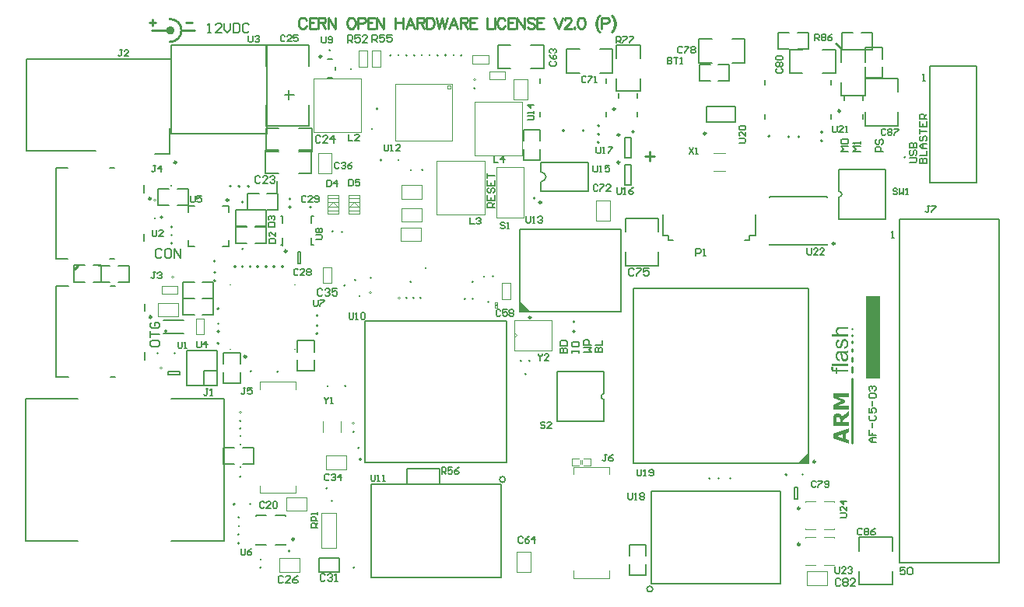
<source format=gto>
G04 Layer_Color=65535*
%FSLAX43Y43*%
%MOMM*%
G71*
G01*
G75*
%ADD85C,0.152*%
%ADD86C,0.127*%
%ADD90C,0.200*%
%ADD92C,0.203*%
%ADD93C,0.250*%
%ADD95C,0.150*%
%ADD96C,0.254*%
%ADD98C,0.400*%
%ADD198C,0.025*%
%ADD199C,0.100*%
%ADD200C,0.154*%
%ADD201R,1.626X9.068*%
G36*
X183243Y126254D02*
Y126252D01*
X183241Y126243D01*
X183239Y126229D01*
X183236Y126212D01*
X183234Y126194D01*
X183232Y126173D01*
X183229Y126126D01*
Y126122D01*
Y126110D01*
X183232Y126091D01*
X183234Y126070D01*
X183241Y126047D01*
X183248Y126024D01*
X183260Y126003D01*
X183274Y125984D01*
X183276Y125982D01*
X183283Y125977D01*
X183292Y125970D01*
X183309Y125963D01*
X183330Y125956D01*
X183358Y125949D01*
X183393Y125944D01*
X183432Y125942D01*
X183551D01*
Y126194D01*
X183721D01*
Y125942D01*
X184850D01*
Y125723D01*
X183721D01*
Y125529D01*
X183551D01*
Y125723D01*
X183393D01*
X183369Y125725D01*
X183341D01*
X183309Y125728D01*
X183276Y125732D01*
X183246Y125739D01*
X183220Y125746D01*
X183215Y125748D01*
X183206Y125753D01*
X183190Y125760D01*
X183171Y125772D01*
X183148Y125786D01*
X183124Y125804D01*
X183101Y125828D01*
X183080Y125856D01*
X183078Y125860D01*
X183071Y125870D01*
X183064Y125888D01*
X183052Y125914D01*
X183043Y125947D01*
X183036Y125986D01*
X183029Y126031D01*
X183026Y126082D01*
Y126087D01*
Y126098D01*
Y126117D01*
X183029Y126143D01*
X183031Y126173D01*
X183036Y126208D01*
X183043Y126245D01*
X183050Y126287D01*
X183243Y126254D01*
D02*
G37*
G36*
X184850Y126362D02*
X183057D01*
Y126581D01*
X184850D01*
Y126362D01*
D02*
G37*
G36*
X184926Y122951D02*
X183807D01*
X184532Y122641D01*
Y122345D01*
X183807Y122037D01*
X184926D01*
Y121631D01*
X183252D01*
Y122130D01*
X184094Y122506D01*
X183252Y122879D01*
Y123382D01*
X184926D01*
Y122951D01*
D02*
G37*
G36*
Y119139D02*
X184588Y119022D01*
Y118411D01*
X184926Y118295D01*
Y117858D01*
X183252Y118474D01*
Y118971D01*
X184926Y119589D01*
Y119139D01*
D02*
G37*
G36*
Y120915D02*
X184313Y120461D01*
Y120262D01*
X184926D01*
Y119831D01*
X183252D01*
Y120554D01*
Y120556D01*
Y120561D01*
Y120568D01*
Y120580D01*
Y120591D01*
Y120608D01*
X183254Y120643D01*
X183257Y120682D01*
X183259Y120724D01*
X183264Y120766D01*
X183271Y120808D01*
Y120810D01*
Y120813D01*
X183273Y120827D01*
X183278Y120848D01*
X183285Y120873D01*
X183296Y120904D01*
X183308Y120939D01*
X183324Y120974D01*
X183343Y121009D01*
X183345Y121013D01*
X183352Y121025D01*
X183366Y121041D01*
X183383Y121065D01*
X183403Y121088D01*
X183429Y121114D01*
X183457Y121137D01*
X183490Y121160D01*
X183494Y121163D01*
X183506Y121170D01*
X183525Y121179D01*
X183550Y121188D01*
X183583Y121198D01*
X183620Y121207D01*
X183665Y121214D01*
X183714Y121216D01*
X183732D01*
X183744Y121214D01*
X183760D01*
X183779Y121212D01*
X183821Y121205D01*
X183867Y121195D01*
X183919Y121179D01*
X183970Y121158D01*
X184017Y121130D01*
X184019D01*
X184021Y121125D01*
X184035Y121114D01*
X184059Y121095D01*
X184084Y121067D01*
X184115Y121032D01*
X184147Y120990D01*
X184180Y120939D01*
X184210Y120883D01*
X184926Y121442D01*
Y120915D01*
D02*
G37*
G36*
X184850Y127812D02*
X184848Y127810D01*
X184838Y127807D01*
X184824Y127800D01*
X184803Y127796D01*
X184780Y127786D01*
X184752Y127782D01*
X184722Y127775D01*
X184687Y127770D01*
Y127768D01*
X184691Y127765D01*
X184696Y127758D01*
X184703Y127749D01*
X184722Y127726D01*
X184745Y127693D01*
X184768Y127658D01*
X184794Y127619D01*
X184817Y127574D01*
X184836Y127532D01*
Y127530D01*
X184838Y127528D01*
X184841Y127521D01*
X184843Y127514D01*
X184850Y127490D01*
X184857Y127460D01*
X184864Y127425D01*
X184871Y127383D01*
X184876Y127339D01*
X184878Y127292D01*
Y127290D01*
Y127283D01*
Y127271D01*
X184876Y127257D01*
Y127238D01*
X184873Y127217D01*
X184864Y127171D01*
X184852Y127117D01*
X184834Y127064D01*
X184808Y127010D01*
X184794Y126987D01*
X184775Y126963D01*
X184773Y126961D01*
X184771Y126959D01*
X184757Y126945D01*
X184733Y126928D01*
X184703Y126907D01*
X184663Y126886D01*
X184619Y126868D01*
X184568Y126854D01*
X184540Y126851D01*
X184509Y126849D01*
X184493D01*
X184474Y126851D01*
X184451Y126854D01*
X184426Y126858D01*
X184395Y126868D01*
X184365Y126877D01*
X184335Y126891D01*
X184330Y126893D01*
X184321Y126898D01*
X184307Y126910D01*
X184288Y126921D01*
X184269Y126938D01*
X184248Y126959D01*
X184227Y126980D01*
X184209Y127005D01*
X184206Y127008D01*
X184202Y127017D01*
X184192Y127033D01*
X184181Y127052D01*
X184169Y127075D01*
X184157Y127101D01*
X184146Y127131D01*
X184136Y127164D01*
Y127166D01*
X184134Y127175D01*
X184129Y127192D01*
X184127Y127213D01*
X184120Y127241D01*
X184115Y127273D01*
X184111Y127313D01*
X184104Y127360D01*
Y127362D01*
X184101Y127371D01*
Y127385D01*
X184097Y127404D01*
X184094Y127425D01*
X184092Y127451D01*
X184087Y127479D01*
X184083Y127509D01*
X184071Y127572D01*
X184057Y127637D01*
X184043Y127698D01*
X184034Y127726D01*
X184027Y127751D01*
X184013D01*
X184003Y127754D01*
X183950D01*
X183924Y127751D01*
X183896Y127747D01*
X183864Y127737D01*
X183833Y127728D01*
X183803Y127712D01*
X183780Y127691D01*
X183777Y127686D01*
X183768Y127674D01*
X183756Y127656D01*
X183742Y127628D01*
X183728Y127591D01*
X183717Y127549D01*
X183707Y127497D01*
X183705Y127439D01*
Y127437D01*
Y127432D01*
Y127425D01*
Y127413D01*
X183707Y127385D01*
X183712Y127353D01*
X183719Y127313D01*
X183728Y127276D01*
X183742Y127238D01*
X183761Y127208D01*
X183763Y127206D01*
X183770Y127196D01*
X183784Y127182D01*
X183805Y127169D01*
X183831Y127150D01*
X183864Y127134D01*
X183906Y127115D01*
X183952Y127101D01*
X183922Y126886D01*
X183920D01*
X183915Y126889D01*
X183908D01*
X183899Y126891D01*
X183873Y126898D01*
X183843Y126910D01*
X183808Y126921D01*
X183770Y126938D01*
X183733Y126959D01*
X183700Y126982D01*
X183696Y126984D01*
X183686Y126994D01*
X183672Y127010D01*
X183651Y127031D01*
X183630Y127059D01*
X183609Y127092D01*
X183588Y127131D01*
X183570Y127175D01*
Y127178D01*
X183567Y127182D01*
X183565Y127189D01*
X183563Y127199D01*
X183558Y127210D01*
X183556Y127224D01*
X183546Y127262D01*
X183537Y127304D01*
X183530Y127355D01*
X183525Y127411D01*
X183523Y127472D01*
Y127474D01*
Y127479D01*
Y127488D01*
Y127500D01*
Y127514D01*
X183525Y127530D01*
X183528Y127567D01*
X183532Y127609D01*
X183539Y127656D01*
X183549Y127698D01*
X183563Y127740D01*
Y127742D01*
X183565Y127744D01*
X183570Y127756D01*
X183579Y127775D01*
X183591Y127798D01*
X183605Y127824D01*
X183621Y127849D01*
X183642Y127873D01*
X183663Y127894D01*
X183665Y127896D01*
X183672Y127901D01*
X183686Y127910D01*
X183703Y127922D01*
X183724Y127933D01*
X183749Y127945D01*
X183777Y127954D01*
X183810Y127964D01*
X183812D01*
X183822Y127966D01*
X183836Y127968D01*
X183857Y127971D01*
X183885D01*
X183920Y127973D01*
X183962Y127975D01*
X184437D01*
X184470Y127978D01*
X184535D01*
X184598Y127980D01*
X184628Y127982D01*
X184654D01*
X184675Y127985D01*
X184694Y127987D01*
X184698D01*
X184708Y127989D01*
X184724Y127994D01*
X184743Y127999D01*
X184768Y128008D01*
X184794Y128017D01*
X184822Y128029D01*
X184850Y128043D01*
Y127812D01*
D02*
G37*
G36*
X180531Y115773D02*
X179531D01*
X180531Y116773D01*
Y115773D01*
D02*
G37*
G36*
X150148Y132266D02*
X149148D01*
Y133266D01*
X150148Y132266D01*
D02*
G37*
G36*
X184850Y130403D02*
X184001D01*
X183989Y130400D01*
X183973Y130398D01*
X183936Y130393D01*
X183899Y130384D01*
X183859Y130372D01*
X183822Y130354D01*
X183789Y130330D01*
X183787Y130328D01*
X183777Y130316D01*
X183766Y130300D01*
X183749Y130279D01*
X183735Y130249D01*
X183724Y130214D01*
X183714Y130174D01*
X183712Y130127D01*
Y130123D01*
Y130111D01*
X183714Y130092D01*
X183719Y130069D01*
X183724Y130041D01*
X183733Y130011D01*
X183747Y129978D01*
X183763Y129946D01*
X183766Y129941D01*
X183773Y129932D01*
X183784Y129915D01*
X183801Y129899D01*
X183819Y129878D01*
X183843Y129857D01*
X183871Y129838D01*
X183901Y129822D01*
X183906Y129820D01*
X183917Y129817D01*
X183936Y129810D01*
X183964Y129806D01*
X183996Y129799D01*
X184038Y129792D01*
X184087Y129789D01*
X184141Y129787D01*
X184850D01*
Y129568D01*
X183057D01*
Y129787D01*
X183703D01*
X183700Y129789D01*
X183696Y129794D01*
X183686Y129803D01*
X183675Y129815D01*
X183661Y129829D01*
X183647Y129848D01*
X183630Y129869D01*
X183612Y129892D01*
X183595Y129920D01*
X183579Y129948D01*
X183565Y129981D01*
X183551Y130013D01*
X183539Y130051D01*
X183530Y130090D01*
X183525Y130132D01*
X183523Y130174D01*
Y130176D01*
Y130181D01*
Y130188D01*
Y130197D01*
X183525Y130225D01*
X183530Y130258D01*
X183537Y130298D01*
X183549Y130337D01*
X183563Y130382D01*
X183581Y130421D01*
Y130424D01*
X183584Y130426D01*
X183591Y130440D01*
X183605Y130459D01*
X183621Y130482D01*
X183644Y130505D01*
X183670Y130531D01*
X183703Y130554D01*
X183738Y130575D01*
X183742Y130577D01*
X183756Y130582D01*
X183780Y130589D01*
X183812Y130598D01*
X183852Y130608D01*
X183903Y130615D01*
X183962Y130619D01*
X184029Y130622D01*
X184850D01*
Y130403D01*
D02*
G37*
G36*
X184507Y129304D02*
X184535Y129300D01*
X184568Y129290D01*
X184603Y129279D01*
X184640Y129262D01*
X184677Y129241D01*
X184682Y129239D01*
X184694Y129230D01*
X184710Y129213D01*
X184731Y129195D01*
X184757Y129167D01*
X184780Y129134D01*
X184806Y129097D01*
X184827Y129055D01*
Y129053D01*
X184829Y129050D01*
X184831Y129043D01*
X184834Y129034D01*
X184843Y129008D01*
X184852Y128976D01*
X184862Y128936D01*
X184871Y128889D01*
X184876Y128838D01*
X184878Y128782D01*
Y128780D01*
Y128770D01*
Y128759D01*
X184876Y128740D01*
Y128719D01*
X184873Y128696D01*
X184869Y128668D01*
X184864Y128637D01*
X184852Y128577D01*
X184834Y128512D01*
X184808Y128451D01*
X184794Y128421D01*
X184775Y128395D01*
X184773Y128393D01*
X184771Y128390D01*
X184764Y128383D01*
X184757Y128374D01*
X184745Y128362D01*
X184731Y128351D01*
X184715Y128339D01*
X184696Y128325D01*
X184675Y128311D01*
X184652Y128295D01*
X184626Y128281D01*
X184598Y128269D01*
X184568Y128255D01*
X184535Y128243D01*
X184500Y128234D01*
X184463Y128227D01*
X184428Y128444D01*
X184433D01*
X184440Y128446D01*
X184449Y128449D01*
X184472Y128453D01*
X184502Y128463D01*
X184535Y128477D01*
X184568Y128493D01*
X184600Y128516D01*
X184628Y128544D01*
X184631Y128549D01*
X184638Y128561D01*
X184649Y128579D01*
X184661Y128605D01*
X184675Y128640D01*
X184684Y128679D01*
X184694Y128726D01*
X184696Y128780D01*
Y128782D01*
Y128787D01*
Y128794D01*
Y128805D01*
X184694Y128831D01*
X184689Y128866D01*
X184682Y128901D01*
X184670Y128938D01*
X184656Y128976D01*
X184635Y129006D01*
X184633Y129008D01*
X184624Y129018D01*
X184612Y129029D01*
X184593Y129043D01*
X184572Y129057D01*
X184549Y129069D01*
X184521Y129078D01*
X184491Y129081D01*
X184479D01*
X184465Y129078D01*
X184449Y129074D01*
X184430Y129064D01*
X184412Y129053D01*
X184393Y129036D01*
X184374Y129015D01*
X184372Y129013D01*
X184370Y129006D01*
X184363Y128992D01*
X184356Y128969D01*
X184349Y128955D01*
X184344Y128941D01*
X184339Y128922D01*
X184332Y128901D01*
X184325Y128878D01*
X184318Y128850D01*
X184309Y128822D01*
X184302Y128789D01*
Y128787D01*
X184300Y128777D01*
X184295Y128766D01*
X184290Y128749D01*
X184286Y128731D01*
X184279Y128707D01*
X184265Y128656D01*
X184248Y128600D01*
X184230Y128544D01*
X184220Y128519D01*
X184211Y128495D01*
X184204Y128472D01*
X184195Y128453D01*
X184192Y128449D01*
X184185Y128437D01*
X184176Y128421D01*
X184162Y128400D01*
X184146Y128379D01*
X184125Y128353D01*
X184101Y128332D01*
X184073Y128311D01*
X184069Y128309D01*
X184059Y128304D01*
X184043Y128297D01*
X184022Y128288D01*
X183996Y128278D01*
X183966Y128271D01*
X183934Y128267D01*
X183899Y128264D01*
X183885D01*
X183868Y128267D01*
X183845Y128269D01*
X183822Y128274D01*
X183794Y128281D01*
X183766Y128290D01*
X183738Y128304D01*
X183735Y128306D01*
X183726Y128311D01*
X183712Y128320D01*
X183693Y128332D01*
X183675Y128348D01*
X183654Y128367D01*
X183633Y128388D01*
X183614Y128411D01*
X183612Y128414D01*
X183607Y128421D01*
X183600Y128432D01*
X183593Y128449D01*
X183581Y128467D01*
X183572Y128493D01*
X183560Y128521D01*
X183551Y128551D01*
X183549Y128556D01*
X183546Y128568D01*
X183542Y128584D01*
X183537Y128609D01*
X183532Y128637D01*
X183528Y128670D01*
X183523Y128705D01*
Y128742D01*
Y128745D01*
Y128749D01*
Y128756D01*
Y128768D01*
X183525Y128782D01*
Y128796D01*
X183528Y128833D01*
X183535Y128873D01*
X183542Y128920D01*
X183553Y128964D01*
X183567Y129008D01*
Y129011D01*
X183570Y129013D01*
X183574Y129027D01*
X183586Y129048D01*
X183600Y129074D01*
X183616Y129101D01*
X183637Y129129D01*
X183661Y129157D01*
X183689Y129181D01*
X183691Y129183D01*
X183703Y129190D01*
X183719Y129199D01*
X183742Y129211D01*
X183770Y129225D01*
X183803Y129237D01*
X183843Y129248D01*
X183887Y129258D01*
X183917Y129043D01*
X183913D01*
X183901Y129039D01*
X183882Y129034D01*
X183861Y129027D01*
X183836Y129015D01*
X183810Y128999D01*
X183787Y128980D01*
X183763Y128957D01*
X183761Y128955D01*
X183754Y128943D01*
X183745Y128929D01*
X183733Y128906D01*
X183724Y128878D01*
X183714Y128843D01*
X183707Y128803D01*
X183705Y128756D01*
Y128754D01*
Y128749D01*
Y128742D01*
Y128731D01*
X183707Y128705D01*
X183712Y128672D01*
X183717Y128637D01*
X183726Y128600D01*
X183740Y128568D01*
X183756Y128540D01*
X183759Y128537D01*
X183766Y128530D01*
X183775Y128519D01*
X183789Y128509D01*
X183805Y128498D01*
X183826Y128486D01*
X183847Y128479D01*
X183873Y128477D01*
X183880D01*
X183887Y128479D01*
X183899D01*
X183922Y128488D01*
X183936Y128493D01*
X183950Y128502D01*
X183952Y128505D01*
X183955Y128507D01*
X183962Y128514D01*
X183971Y128523D01*
X183980Y128535D01*
X183989Y128549D01*
X183999Y128568D01*
X184008Y128586D01*
Y128589D01*
X184010Y128593D01*
X184015Y128605D01*
X184020Y128623D01*
X184027Y128649D01*
X184031Y128665D01*
X184036Y128684D01*
X184043Y128705D01*
X184048Y128728D01*
X184057Y128754D01*
X184064Y128782D01*
Y128784D01*
X184066Y128791D01*
X184069Y128805D01*
X184073Y128819D01*
X184080Y128838D01*
X184085Y128861D01*
X184099Y128910D01*
X184115Y128964D01*
X184132Y129018D01*
X184148Y129067D01*
X184157Y129087D01*
X184164Y129106D01*
X184167Y129111D01*
X184171Y129122D01*
X184181Y129139D01*
X184195Y129160D01*
X184211Y129183D01*
X184230Y129206D01*
X184253Y129232D01*
X184281Y129253D01*
X184283Y129255D01*
X184295Y129262D01*
X184311Y129269D01*
X184332Y129281D01*
X184360Y129290D01*
X184391Y129297D01*
X184428Y129304D01*
X184467Y129307D01*
X184486D01*
X184507Y129304D01*
D02*
G37*
%LPC*%
G36*
X184280Y118917D02*
X183693Y118717D01*
X184280Y118514D01*
Y118917D01*
D02*
G37*
G36*
X183791Y120768D02*
X183753D01*
X183742Y120766D01*
X183728D01*
X183693Y120757D01*
X183674Y120750D01*
X183658Y120741D01*
X183655D01*
X183651Y120736D01*
X183641Y120729D01*
X183632Y120720D01*
X183620Y120708D01*
X183609Y120694D01*
X183597Y120675D01*
X183588Y120654D01*
Y120652D01*
X183585Y120647D01*
X183581Y120638D01*
X183578Y120624D01*
X183574Y120610D01*
X183569Y120591D01*
X183564Y120552D01*
Y120549D01*
Y120542D01*
X183562Y120528D01*
Y120512D01*
Y120493D01*
X183560Y120470D01*
Y120444D01*
Y120416D01*
Y120262D01*
X184010D01*
Y120393D01*
Y120395D01*
Y120398D01*
Y120409D01*
Y120430D01*
X184007Y120454D01*
Y120479D01*
X184005Y120510D01*
X184003Y120538D01*
X184000Y120566D01*
Y120568D01*
X183998Y120577D01*
X183996Y120591D01*
X183991Y120608D01*
X183977Y120645D01*
X183965Y120664D01*
X183954Y120682D01*
X183951Y120685D01*
X183947Y120689D01*
X183942Y120699D01*
X183933Y120708D01*
X183909Y120729D01*
X183879Y120747D01*
X183877D01*
X183872Y120750D01*
X183861Y120755D01*
X183849Y120759D01*
X183833Y120761D01*
X183812Y120766D01*
X183791Y120768D01*
D02*
G37*
G36*
X184281Y127751D02*
X184199D01*
Y127749D01*
X184202Y127747D01*
X184204Y127740D01*
X184206Y127728D01*
X184211Y127716D01*
X184216Y127700D01*
X184223Y127681D01*
X184227Y127660D01*
X184234Y127637D01*
X184241Y127612D01*
X184248Y127581D01*
X184255Y127549D01*
X184262Y127514D01*
X184269Y127476D01*
X184276Y127437D01*
X184283Y127392D01*
Y127390D01*
Y127385D01*
X184286Y127381D01*
Y127371D01*
X184290Y127346D01*
X184295Y127318D01*
X184302Y127287D01*
X184309Y127255D01*
X184318Y127224D01*
X184328Y127201D01*
Y127199D01*
X184332Y127192D01*
X184337Y127182D01*
X184344Y127169D01*
X184367Y127141D01*
X184381Y127127D01*
X184398Y127115D01*
X184400Y127113D01*
X184405Y127110D01*
X184416Y127106D01*
X184428Y127101D01*
X184444Y127094D01*
X184460Y127089D01*
X184481Y127087D01*
X184502Y127085D01*
X184516D01*
X184533Y127089D01*
X184554Y127094D01*
X184575Y127101D01*
X184600Y127113D01*
X184624Y127129D01*
X184647Y127150D01*
X184649Y127152D01*
X184656Y127161D01*
X184666Y127178D01*
X184675Y127199D01*
X184687Y127227D01*
X184696Y127262D01*
X184703Y127301D01*
X184705Y127346D01*
Y127348D01*
Y127350D01*
Y127357D01*
Y127367D01*
X184703Y127390D01*
X184698Y127420D01*
X184691Y127455D01*
X184682Y127493D01*
X184670Y127532D01*
X184652Y127570D01*
Y127572D01*
X184649Y127574D01*
X184642Y127586D01*
X184628Y127605D01*
X184612Y127626D01*
X184591Y127649D01*
X184563Y127674D01*
X184535Y127698D01*
X184500Y127716D01*
X184495Y127719D01*
X184486Y127721D01*
X184470Y127728D01*
X184444Y127735D01*
X184414Y127740D01*
X184377Y127747D01*
X184332Y127749D01*
X184281Y127751D01*
D02*
G37*
%LPD*%
D85*
X127190Y131864D02*
G03*
X127190Y131864I-102J0D01*
G01*
X118148Y111290D02*
G03*
X118148Y111290I-102J0D01*
G01*
X116421Y132575D02*
G03*
X116421Y132575I-102J0D01*
G01*
X119050Y137185D02*
G03*
X119050Y137185I-102J0D01*
G01*
X119913Y137187D02*
G03*
X119913Y137187I-102J0D01*
G01*
X120726Y137185D02*
G03*
X120726Y137185I-102J0D01*
G01*
X121641D02*
G03*
X121641Y137185I-102J0D01*
G01*
X122504D02*
G03*
X122504Y137185I-102J0D01*
G01*
X123419Y137198D02*
G03*
X123419Y137198I-102J0D01*
G01*
X127178Y129870D02*
G03*
X127178Y129870I-102J0D01*
G01*
Y130747D02*
G03*
X127178Y130747I-102J0D01*
G01*
X118250Y137185D02*
G03*
X118250Y137185I-102J0D01*
G01*
X116434Y130111D02*
G03*
X116434Y130111I-102J0D01*
G01*
X116408Y128829D02*
G03*
X116408Y128829I-102J0D01*
G01*
X116040Y135649D02*
G03*
X116040Y135649I-102J0D01*
G01*
Y136550D02*
G03*
X116040Y136550I-102J0D01*
G01*
X176354Y151399D02*
G03*
X176354Y151399I-102J0D01*
G01*
X157786Y150713D02*
G03*
X157786Y150713I-102J0D01*
G01*
X156135Y152009D02*
G03*
X156135Y152009I-102J0D01*
G01*
X157812Y151602D02*
G03*
X157812Y151602I-102J0D01*
G01*
X117756Y145938D02*
G03*
X117756Y145938I-102J0D01*
G01*
X118696Y145939D02*
G03*
X118696Y145939I-102J0D01*
G01*
X119712Y145938D02*
G03*
X119712Y145938I-102J0D01*
G01*
X157812Y152542D02*
G03*
X157812Y152542I-102J0D01*
G01*
X153976Y152009D02*
G03*
X153976Y152009I-102J0D01*
G01*
X178513Y151323D02*
G03*
X178513Y151323I-102J0D01*
G01*
X182094Y151831D02*
G03*
X182094Y151831I-102J0D01*
G01*
X182069Y150891D02*
G03*
X182069Y150891I-102J0D01*
G01*
X179605Y151323D02*
G03*
X179605Y151323I-102J0D01*
G01*
X178219Y114516D02*
G03*
X178219Y114516I-102J0D01*
G01*
X155118Y131178D02*
G03*
X155118Y131178I-102J0D01*
G01*
X155130Y130111D02*
G03*
X155130Y130111I-102J0D01*
G01*
X124231Y143675D02*
G03*
X124231Y143675I-102J0D01*
G01*
X126492Y143662D02*
G03*
X126492Y143662I-102J0D01*
G01*
X161569Y151879D02*
G03*
X161569Y151879I-102J0D01*
G01*
X110274Y142557D02*
G03*
X110274Y142557I-127J0D01*
G01*
X110720Y130165D02*
G03*
X110720Y130165I-127J0D01*
G01*
X110883Y125728D02*
X112153D01*
X110883Y125430D02*
Y125728D01*
Y125430D02*
X112153D01*
Y125728D01*
X179347Y111888D02*
Y113158D01*
X179049D02*
X179347D01*
X179049Y111888D02*
Y113158D01*
Y111888D02*
X179347D01*
X124998Y137504D02*
X125296D01*
X124998D02*
Y138774D01*
X125296D01*
Y137504D02*
Y138774D01*
X173011Y150673D02*
X173594D01*
X173711Y150789D01*
Y151023D01*
X173594Y151139D01*
X173011D01*
X173711Y151839D02*
Y151373D01*
X173244Y151839D01*
X173127D01*
X173011Y151722D01*
Y151489D01*
X173127Y151373D01*
Y152072D02*
X173011Y152189D01*
Y152422D01*
X173127Y152539D01*
X173594D01*
X173711Y152422D01*
Y152189D01*
X173594Y152072D01*
X173127D01*
X167577Y150153D02*
X168043Y149454D01*
Y150153D02*
X167577Y149454D01*
X168276D02*
X168510D01*
X168393D01*
Y150153D01*
X168276Y150037D01*
X146418Y143624D02*
X145619D01*
Y144024D01*
X145752Y144157D01*
X146018D01*
X146152Y144024D01*
Y143624D01*
Y143891D02*
X146418Y144157D01*
X145619Y144957D02*
Y144424D01*
X146418D01*
Y144957D01*
X146018Y144424D02*
Y144691D01*
X145752Y145757D02*
X145619Y145624D01*
Y145357D01*
X145752Y145224D01*
X145885D01*
X146018Y145357D01*
Y145624D01*
X146152Y145757D01*
X146285D01*
X146418Y145624D01*
Y145357D01*
X146285Y145224D01*
X145619Y146557D02*
Y146024D01*
X146418D01*
Y146557D01*
X146018Y146024D02*
Y146290D01*
X145619Y146823D02*
Y147356D01*
Y147090D01*
X146418D01*
D86*
X163602Y102058D02*
G03*
X163602Y102058I-317J0D01*
G01*
X147573Y113994D02*
G03*
X147573Y113994I-317J0D01*
G01*
X131915Y116165D02*
G03*
X131915Y116165I-127J0D01*
G01*
X177535Y102608D02*
Y112708D01*
X163435D02*
X177535D01*
X163435Y102608D02*
Y112708D01*
Y102608D02*
X177535D01*
X133006Y103344D02*
Y113445D01*
Y103344D02*
X147106D01*
Y113445D01*
X133006D02*
X147106D01*
X132273Y131282D02*
X147691D01*
X132273Y115865D02*
Y131282D01*
Y115865D02*
X147691D01*
Y131282D01*
X173650Y140093D02*
X174158D01*
Y140099D02*
Y140607D01*
X174793D01*
X174800D02*
Y142893D01*
X165342Y140093D02*
X165850D01*
X165342Y140099D02*
Y140607D01*
X164707D02*
X165342D01*
X164700D02*
Y142893D01*
X136882Y113499D02*
Y115207D01*
Y113499D02*
X140390D01*
Y115207D01*
X136882D02*
X140390D01*
D90*
X158318Y123354D02*
G03*
X158318Y122719I0J-317D01*
G01*
X183858Y144743D02*
G03*
X183858Y145378I0J317D01*
G01*
X151463Y146448D02*
G03*
X151463Y147481I0J517D01*
G01*
X160609Y148242D02*
X161209D01*
X160609Y146042D02*
X161209D01*
X160609D02*
Y148242D01*
X161209Y146042D02*
Y148242D01*
X188555Y159834D02*
Y161034D01*
X186755Y157734D02*
X188555D01*
X186755Y161034D02*
X188555D01*
Y157734D02*
Y158934D01*
X186755Y157734D02*
Y158934D01*
Y159834D02*
Y161034D01*
X109755Y145693D02*
X110955D01*
X113055Y143893D02*
Y145693D01*
X109755Y143893D02*
Y145693D01*
X111855D02*
X113055D01*
X111855Y143893D02*
X113055D01*
X109755D02*
X110955D01*
X126757Y127907D02*
Y129107D01*
X124957Y125807D02*
X126757D01*
X124957Y129107D02*
X126757D01*
Y125807D02*
Y127007D01*
X124957Y125807D02*
Y127007D01*
Y127907D02*
Y129107D01*
X118705Y126611D02*
Y127811D01*
X116905Y124511D02*
X118705D01*
X116905Y127811D02*
X118705D01*
Y124511D02*
Y125711D01*
X116905Y124511D02*
Y125711D01*
Y126611D02*
Y127811D01*
X112511Y131929D02*
X113711D01*
X114611D02*
X115811D01*
X114611Y133729D02*
X115811D01*
X112511Y131929D02*
Y133729D01*
X115811Y131929D02*
Y133729D01*
X112511D02*
X113711D01*
X168658Y157431D02*
X169858D01*
X170758D02*
X171958D01*
X170758Y159231D02*
X171958D01*
X168658Y157431D02*
Y159231D01*
X171958Y157431D02*
Y159231D01*
X168658D02*
X169858D01*
X103318Y135488D02*
X104518D01*
X105418D02*
X106618D01*
X105418Y137288D02*
X106618D01*
Y135488D02*
Y137288D01*
X103318D02*
X104518D01*
X102724Y137313D02*
X103633D01*
X100624D02*
X101824D01*
X100624Y135513D02*
X101824D01*
X103633D02*
Y137313D01*
X100624Y135513D02*
Y137313D01*
X102724Y135513D02*
X103633D01*
X189671Y106229D02*
Y107729D01*
X186071Y106229D02*
Y107729D01*
Y102529D02*
Y104029D01*
X189671Y102529D02*
Y104029D01*
X186071Y107729D02*
X189671D01*
X186071Y102529D02*
X189671D01*
X164246Y140964D02*
Y142464D01*
X160646Y140964D02*
Y142464D01*
Y137264D02*
Y138764D01*
X164246Y137264D02*
Y138764D01*
X160646Y142464D02*
X164246D01*
X160646Y137264D02*
X164246D01*
X162838Y103570D02*
Y104770D01*
Y105670D02*
Y106870D01*
X161038Y105670D02*
Y106870D01*
Y103570D02*
X162838D01*
X161038Y106870D02*
X162838D01*
X161038Y103570D02*
Y104770D01*
X151752Y158745D02*
Y161345D01*
X146752Y158745D02*
Y161345D01*
X150352D02*
X151752D01*
X150352Y158745D02*
X151752D01*
X146752D02*
X148152D01*
X146752Y161345D02*
X148152D01*
X114610Y135507D02*
X115810D01*
X112510D02*
X113710D01*
X112510Y133707D02*
X113710D01*
X115810D02*
Y135507D01*
X112510Y133707D02*
Y135507D01*
X114610Y133707D02*
X115810D01*
X121645Y145147D02*
X122845D01*
X119545D02*
X120745D01*
X119545Y143347D02*
X120745D01*
X122845D02*
Y145147D01*
X119545Y143347D02*
Y145147D01*
X121645Y143347D02*
X122845D01*
X126479Y147315D02*
Y149915D01*
X121479Y147315D02*
Y149915D01*
X125079D02*
X126479D01*
X125079Y147315D02*
X126479D01*
X121479D02*
X122879D01*
X121479Y149915D02*
X122879D01*
X126504Y149678D02*
Y152278D01*
X121504Y149678D02*
Y152278D01*
X125104D02*
X126504D01*
X125104Y149678D02*
X126504D01*
X121504D02*
X122904D01*
X121504Y152278D02*
X122904D01*
X179329Y162660D02*
X180529D01*
X177229D02*
X178429D01*
X177229Y160860D02*
X178429D01*
X180529D02*
Y162660D01*
X177229Y160860D02*
Y162660D01*
X179329Y160860D02*
X180529D01*
X184177Y160847D02*
X185377D01*
X186277D02*
X187477D01*
X186277Y162647D02*
X187477D01*
X184177Y160847D02*
Y162647D01*
X187477Y160847D02*
Y162647D01*
X184177D02*
X185377D01*
X159221Y158303D02*
Y160903D01*
X154221Y158303D02*
Y160903D01*
X157821D02*
X159221D01*
X157821Y158303D02*
X159221D01*
X154221D02*
X155621D01*
X154221Y160903D02*
X155621D01*
X159636Y156315D02*
X162236D01*
X159636Y161315D02*
X162236D01*
Y156315D02*
Y157715D01*
X159636Y156315D02*
Y157715D01*
Y159915D02*
Y161315D01*
X162236Y159915D02*
Y161315D01*
X168648Y161983D02*
X170048D01*
X168648Y159383D02*
X170048D01*
X172248D02*
X173648D01*
X172248Y161983D02*
X173648D01*
X168648Y159383D02*
Y161983D01*
X173648Y159383D02*
Y161983D01*
X178503Y160827D02*
X179903D01*
X178503Y158227D02*
X179903D01*
X182103D02*
X183503D01*
X182103Y160827D02*
X183503D01*
X178503Y158227D02*
Y160827D01*
X183503Y158227D02*
Y160827D01*
X186488Y155285D02*
Y155785D01*
X184456Y155285D02*
Y155785D01*
X186488Y153261D02*
Y153761D01*
X186747Y159432D02*
Y160832D01*
X184147Y159432D02*
Y160832D01*
Y155832D02*
Y157232D01*
X186747Y155832D02*
Y157232D01*
X184147Y160832D02*
X186747D01*
X184147Y155832D02*
X186747D01*
X183027Y153287D02*
Y153812D01*
X183002Y153287D02*
X183027D01*
X175827D02*
X175852D01*
X175827D02*
Y153812D01*
Y156962D02*
Y157487D01*
X175852D01*
X183002D02*
X183027D01*
Y156962D02*
Y157487D01*
X158318Y123354D02*
Y125747D01*
Y120327D02*
Y122719D01*
X153238Y120327D02*
X158318D01*
X153238D02*
Y125747D01*
X158318D01*
X151382Y148808D02*
Y150008D01*
Y150908D02*
Y152108D01*
X149582Y150908D02*
Y152108D01*
Y148808D02*
X151382D01*
X149582Y152108D02*
X151382D01*
X149582Y148808D02*
Y150008D01*
X118978Y117448D02*
X120178D01*
X116878D02*
X118078D01*
X116878Y115648D02*
X118078D01*
X120178D02*
Y117448D01*
X116878Y115648D02*
Y117448D01*
X118978Y115648D02*
X120178D01*
X118239Y141540D02*
X119439D01*
X121539Y139740D02*
Y141540D01*
X118239Y139740D02*
Y141540D01*
X120339D02*
X121539D01*
X120339Y139740D02*
X121539D01*
X118239D02*
X119439D01*
X118239Y143356D02*
X119439D01*
X121539Y141556D02*
Y143356D01*
X118239Y141556D02*
Y143356D01*
X120339D02*
X121539D01*
X120339Y141556D02*
X121539D01*
X118239D02*
X119439D01*
X122725Y145222D02*
Y146522D01*
X186732Y152494D02*
Y153994D01*
X190331Y152494D02*
Y153994D01*
Y156194D02*
Y157694D01*
X186732Y156194D02*
Y157694D01*
Y152494D02*
X190331D01*
X186732Y157694D02*
X190331D01*
X160609Y151239D02*
X161209D01*
X160609Y149039D02*
X161209D01*
X160609D02*
Y151239D01*
X161209Y149039D02*
Y151239D01*
X98639Y138052D02*
Y147952D01*
Y138052D02*
X99939D01*
X104546Y138049D02*
X105054D01*
X104546Y147955D02*
X105054D01*
X98639Y147952D02*
X99939D01*
X108239Y139952D02*
Y140752D01*
Y145252D02*
Y146052D01*
X98703Y125136D02*
Y135036D01*
Y125136D02*
X100003D01*
X104610Y125133D02*
X105118D01*
X104610Y135039D02*
X105118D01*
X98703Y135036D02*
X100003D01*
X108303Y127036D02*
Y127836D01*
Y132336D02*
Y133136D01*
X179531Y115773D02*
X180531Y116773D01*
Y115773D02*
Y134773D01*
X161531Y115773D02*
Y134773D01*
Y115773D02*
X180531D01*
X161531Y134773D02*
X180531D01*
X121577Y152514D02*
X126177D01*
Y159014D02*
Y161314D01*
X121577Y159014D02*
Y161314D01*
X124030Y155378D02*
Y156378D01*
X126177Y152514D02*
Y154814D01*
X121577Y161314D02*
X126177D01*
X121577Y152514D02*
Y154814D01*
X123563Y155920D02*
X124563D01*
X190475Y142350D02*
X201275D01*
Y104950D02*
Y142350D01*
X190475Y104950D02*
X201275D01*
X190475D02*
Y142350D01*
X111077Y149490D02*
Y152277D01*
X111204Y157277D02*
Y159777D01*
X95473D02*
X111204D01*
X109473Y149490D02*
X111077D01*
X95473Y149777D02*
Y159777D01*
Y149777D02*
X102973D01*
X183858Y142350D02*
X188938D01*
Y147770D01*
X183858D02*
X188938D01*
X183858Y145378D02*
Y147770D01*
Y142350D02*
Y144743D01*
X161952Y153566D02*
Y154066D01*
X159920Y155590D02*
Y156090D01*
X161952Y155590D02*
Y156090D01*
X158541Y157165D02*
Y157690D01*
X158516D02*
X158541D01*
X151341D02*
X151366D01*
X151341Y157165D02*
Y157690D01*
Y153490D02*
Y154015D01*
Y153490D02*
X151366D01*
X158516D02*
X158541D01*
Y154015D01*
X193753Y146345D02*
Y159045D01*
X198833Y146345D02*
Y159045D01*
X193753D02*
X198833D01*
X193753Y146345D02*
X198833D01*
X126454Y141910D02*
Y142685D01*
X126679D01*
X126454Y139585D02*
Y140360D01*
Y139585D02*
X126679D01*
X123354Y141910D02*
Y142685D01*
X123130D02*
X123354D01*
X123242Y139585D02*
X123354Y139473D01*
Y140360D01*
X123130Y139585D02*
X123242D01*
X172568Y152934D02*
Y154634D01*
X169468Y152934D02*
Y154634D01*
X172568D01*
X169468Y152934D02*
X172568D01*
X114782Y125844D02*
X116232D01*
X114782Y124194D02*
Y125844D01*
X112932Y128044D02*
X116232D01*
X112932Y124194D02*
Y128044D01*
X116232Y124194D02*
Y128044D01*
X112932Y124194D02*
X116232D01*
X179491Y144839D02*
X182626D01*
Y144744D02*
Y144839D01*
X176326D02*
X179461D01*
X176326Y144744D02*
Y144839D01*
Y139539D02*
Y139634D01*
Y139539D02*
X179461D01*
X179491D02*
X182626D01*
Y139634D01*
X117478Y139392D02*
Y140067D01*
X116803Y139392D02*
X117478D01*
X113078D02*
Y140067D01*
Y139392D02*
X113753D01*
X113078Y143117D02*
Y143792D01*
X113753D01*
X117478Y143117D02*
Y143792D01*
X116803D02*
X117478D01*
X117658Y128250D02*
X117683D01*
Y128225D02*
Y128250D01*
Y135250D02*
Y135275D01*
X117658Y135250D02*
X117683D01*
X124683D02*
X124708D01*
X124683D02*
Y135275D01*
Y128225D02*
Y128250D01*
X124708D01*
X95339Y107315D02*
Y122809D01*
X111214Y107315D02*
X116929D01*
X111214Y122809D02*
X116929D01*
Y107315D02*
Y122809D01*
X95339Y107315D02*
X101054D01*
X95339Y122809D02*
X101054D01*
X151463Y148514D02*
X156563D01*
X151463Y145414D02*
X156563D01*
Y148514D01*
X151463Y147481D02*
Y148514D01*
Y145414D02*
Y146448D01*
X123622Y106896D02*
Y106981D01*
X122537Y106896D02*
X123622D01*
X120422D02*
X121507D01*
X120422D02*
Y106981D01*
Y110011D02*
Y110096D01*
X121507D01*
X122537D02*
X123622D01*
Y110011D02*
Y110096D01*
X111210Y151683D02*
Y151733D01*
Y151683D02*
X121610D01*
Y151733D01*
X111210D02*
Y161283D01*
X121610D01*
Y151733D02*
Y161283D01*
X115176Y162674D02*
X115510D01*
X115343D01*
Y163674D01*
X115176Y163507D01*
X116676Y162674D02*
X116009D01*
X116676Y163341D01*
Y163507D01*
X116509Y163674D01*
X116176D01*
X116009Y163507D01*
X117009Y163674D02*
Y163008D01*
X117342Y162674D01*
X117675Y163008D01*
Y163674D01*
X118009D02*
Y162674D01*
X118509D01*
X118675Y162841D01*
Y163507D01*
X118509Y163674D01*
X118009D01*
X119675Y163507D02*
X119508Y163674D01*
X119175D01*
X119008Y163507D01*
Y162841D01*
X119175Y162674D01*
X119508D01*
X119675Y162841D01*
X108906Y128960D02*
Y128627D01*
X109073Y128460D01*
X109739D01*
X109906Y128627D01*
Y128960D01*
X109739Y129127D01*
X109073D01*
X108906Y128960D01*
Y129460D02*
Y130127D01*
Y129793D01*
X109906D01*
X109073Y131126D02*
X108906Y130960D01*
Y130626D01*
X109073Y130460D01*
X109739D01*
X109906Y130626D01*
Y130960D01*
X109739Y131126D01*
X109406D01*
Y130793D01*
X110191Y138984D02*
X110025Y139150D01*
X109691D01*
X109525Y138984D01*
Y138317D01*
X109691Y138151D01*
X110025D01*
X110191Y138317D01*
X111024Y139150D02*
X110691D01*
X110524Y138984D01*
Y138317D01*
X110691Y138151D01*
X111024D01*
X111191Y138317D01*
Y138984D01*
X111024Y139150D01*
X111524Y138151D02*
Y139150D01*
X112191Y138151D01*
Y139150D01*
X189574Y140287D02*
X189841D01*
X189708D01*
Y141086D01*
X189574Y140953D01*
D92*
X129097Y158608D02*
Y158947D01*
X128220Y159764D02*
X128698D01*
X128231Y157764D02*
X128709D01*
X192977Y157391D02*
X193243D01*
X193110D01*
Y158191D01*
X192977Y158058D01*
D93*
X111074Y161672D02*
G03*
X111048Y164155I19J1242D01*
G01*
X160009Y148542D02*
G03*
X160009Y148542I-125J0D01*
G01*
X184002Y154137D02*
G03*
X184002Y154137I-125J0D01*
G01*
X179623Y110846D02*
G03*
X179623Y110846I-125J0D01*
G01*
X160009Y151539D02*
G03*
X160009Y151539I-125J0D01*
G01*
X109014Y144602D02*
G03*
X109014Y144602I-125J0D01*
G01*
X109078Y131686D02*
G03*
X109078Y131686I-125J0D01*
G01*
X181306Y115923D02*
G03*
X181306Y115923I-125J0D01*
G01*
X179623Y106935D02*
G03*
X179623Y106935I-125J0D01*
G01*
X159516Y154340D02*
G03*
X159516Y154340I-125J0D01*
G01*
X123780Y138860D02*
G03*
X123780Y138860I-125J0D01*
G01*
X169393Y151684D02*
G03*
X169393Y151684I-125J0D01*
G01*
X183401Y139689D02*
G03*
X183401Y139689I-125J0D01*
G01*
X117453Y144442D02*
G03*
X117453Y144442I-125J0D01*
G01*
X119393Y127381D02*
G03*
X119393Y127381I-125J0D01*
G01*
X151488Y144189D02*
G03*
X151488Y144189I-125J0D01*
G01*
X124597Y107496D02*
G03*
X124597Y107496I-125J0D01*
G01*
X111775Y148533D02*
G03*
X111775Y148533I-125J0D01*
G01*
X150373Y131641D02*
G03*
X150373Y131641I-125J0D01*
G01*
X183553Y161506D02*
X184112Y160947D01*
X109055Y162954D02*
X111138D01*
X112357Y162916D02*
X113716D01*
D95*
X127274Y103951D02*
X129474D01*
Y105451D01*
X127274D02*
X129474D01*
X127274Y103951D02*
Y105451D01*
X110330Y131332D02*
X112530D01*
X110330Y129932D02*
X112530D01*
X160148Y132266D02*
Y141266D01*
X149148Y132266D02*
Y141266D01*
X160148D01*
X149148Y132266D02*
X160148D01*
X149148Y133266D02*
X150148Y132266D01*
X121792Y141542D02*
X122492D01*
Y141891D01*
X122375Y142008D01*
X121908D01*
X121792Y141891D01*
Y141542D01*
X121908Y142241D02*
X121792Y142358D01*
Y142591D01*
X121908Y142708D01*
X122025D01*
X122142Y142591D01*
Y142475D01*
Y142591D01*
X122258Y142708D01*
X122375D01*
X122492Y142591D01*
Y142358D01*
X122375Y142241D01*
X121843Y139764D02*
X122542D01*
Y140113D01*
X122426Y140230D01*
X121959D01*
X121843Y140113D01*
Y139764D01*
X122542Y140930D02*
Y140463D01*
X122076Y140930D01*
X121959D01*
X121843Y140813D01*
Y140580D01*
X121959Y140463D01*
X126708Y133580D02*
Y132997D01*
X126825Y132880D01*
X127058D01*
X127174Y132997D01*
Y133580D01*
X127408D02*
X127874D01*
Y133463D01*
X127408Y132997D01*
Y132880D01*
X125028Y136829D02*
X124911Y136945D01*
X124678D01*
X124562Y136829D01*
Y136362D01*
X124678Y136246D01*
X124911D01*
X125028Y136362D01*
X125728Y136246D02*
X125261D01*
X125728Y136712D01*
Y136829D01*
X125611Y136945D01*
X125378D01*
X125261Y136829D01*
X125961D02*
X126078Y136945D01*
X126311D01*
X126428Y136829D01*
Y136712D01*
X126311Y136595D01*
X126428Y136479D01*
Y136362D01*
X126311Y136246D01*
X126078D01*
X125961Y136362D01*
Y136479D01*
X126078Y136595D01*
X125961Y136712D01*
Y136829D01*
X126078Y136595D02*
X126311D01*
X126948Y140170D02*
X127531D01*
X127648Y140287D01*
Y140520D01*
X127531Y140636D01*
X126948D01*
X127065Y140870D02*
X126948Y140986D01*
Y141220D01*
X127065Y141336D01*
X127181D01*
X127298Y141220D01*
X127414Y141336D01*
X127531D01*
X127648Y141220D01*
Y140986D01*
X127531Y140870D01*
X127414D01*
X127298Y140986D01*
X127181Y140870D01*
X127065D01*
X127298Y140986D02*
Y141220D01*
X165202Y159983D02*
Y159283D01*
X165551D01*
X165668Y159400D01*
Y159517D01*
X165551Y159633D01*
X165202D01*
X165551D01*
X165668Y159750D01*
Y159867D01*
X165551Y159983D01*
X165202D01*
X165901D02*
X166368D01*
X166135D01*
Y159283D01*
X166601D02*
X166834D01*
X166718D01*
Y159983D01*
X166601Y159867D01*
X130569Y132157D02*
Y131574D01*
X130685Y131458D01*
X130919D01*
X131035Y131574D01*
Y132157D01*
X131268Y131458D02*
X131502D01*
X131385D01*
Y132157D01*
X131268Y132041D01*
X131852D02*
X131968Y132157D01*
X132202D01*
X132318Y132041D01*
Y131574D01*
X132202Y131458D01*
X131968D01*
X131852Y131574D01*
Y132041D01*
X119288Y124004D02*
X119054D01*
X119171D01*
Y123421D01*
X119054Y123304D01*
X118938D01*
X118821Y123421D01*
X119987Y124004D02*
X119521D01*
Y123654D01*
X119754Y123771D01*
X119871D01*
X119987Y123654D01*
Y123421D01*
X119871Y123304D01*
X119638D01*
X119521Y123421D01*
X115224Y123852D02*
X114990D01*
X115107D01*
Y123269D01*
X114990Y123152D01*
X114874D01*
X114757Y123269D01*
X115457Y123152D02*
X115690D01*
X115574D01*
Y123852D01*
X115457Y123735D01*
X184009Y109868D02*
X184592D01*
X184709Y109984D01*
Y110218D01*
X184592Y110334D01*
X184009D01*
X184709Y111034D02*
Y110567D01*
X184242Y111034D01*
X184126D01*
X184009Y110917D01*
Y110684D01*
X184126Y110567D01*
X184709Y111617D02*
X184009D01*
X184359Y111267D01*
Y111734D01*
X151889Y120166D02*
X151772Y120283D01*
X151539D01*
X151422Y120166D01*
Y120050D01*
X151539Y119933D01*
X151772D01*
X151889Y119816D01*
Y119700D01*
X151772Y119583D01*
X151539D01*
X151422Y119700D01*
X152588Y119583D02*
X152122D01*
X152588Y120050D01*
Y120166D01*
X152472Y120283D01*
X152238D01*
X152122Y120166D01*
X149847Y142648D02*
Y142065D01*
X149964Y141948D01*
X150197D01*
X150314Y142065D01*
Y142648D01*
X150547Y141948D02*
X150780D01*
X150664D01*
Y142648D01*
X150547Y142531D01*
X151130D02*
X151247Y142648D01*
X151480D01*
X151597Y142531D01*
Y142414D01*
X151480Y142298D01*
X151363D01*
X151480D01*
X151597Y142181D01*
Y142065D01*
X151480Y141948D01*
X151247D01*
X151130Y142065D01*
X183185Y152541D02*
Y151958D01*
X183301Y151841D01*
X183535D01*
X183651Y151958D01*
Y152541D01*
X184351Y151841D02*
X183885D01*
X184351Y152308D01*
Y152424D01*
X184234Y152541D01*
X184001D01*
X183885Y152424D01*
X184584Y151841D02*
X184818D01*
X184701D01*
Y152541D01*
X184584Y152424D01*
X181254Y161811D02*
Y162510D01*
X181604D01*
X181721Y162394D01*
Y162161D01*
X181604Y162044D01*
X181254D01*
X181488D02*
X181721Y161811D01*
X181954Y162394D02*
X182071Y162510D01*
X182304D01*
X182421Y162394D01*
Y162277D01*
X182304Y162161D01*
X182421Y162044D01*
Y161927D01*
X182304Y161811D01*
X182071D01*
X181954Y161927D01*
Y162044D01*
X182071Y162161D01*
X181954Y162277D01*
Y162394D01*
X182071Y162161D02*
X182304D01*
X183120Y162510D02*
X182887Y162394D01*
X182654Y162161D01*
Y161927D01*
X182771Y161811D01*
X183004D01*
X183120Y161927D01*
Y162044D01*
X183004Y162161D01*
X182654D01*
X177153Y158747D02*
X177037Y158630D01*
Y158397D01*
X177153Y158280D01*
X177620D01*
X177736Y158397D01*
Y158630D01*
X177620Y158747D01*
X177153Y158980D02*
X177037Y159096D01*
Y159330D01*
X177153Y159446D01*
X177270D01*
X177387Y159330D01*
X177503Y159446D01*
X177620D01*
X177736Y159330D01*
Y159096D01*
X177620Y158980D01*
X177503D01*
X177387Y159096D01*
X177270Y158980D01*
X177153D01*
X177387Y159096D02*
Y159330D01*
X177153Y159680D02*
X177037Y159796D01*
Y160030D01*
X177153Y160146D01*
X177620D01*
X177736Y160030D01*
Y159796D01*
X177620Y159680D01*
X177153D01*
X166837Y161060D02*
X166720Y161177D01*
X166487D01*
X166370Y161060D01*
Y160594D01*
X166487Y160477D01*
X166720D01*
X166837Y160594D01*
X167070Y161177D02*
X167536D01*
Y161060D01*
X167070Y160594D01*
Y160477D01*
X167770Y161060D02*
X167886Y161177D01*
X168119D01*
X168236Y161060D01*
Y160944D01*
X168119Y160827D01*
X168236Y160710D01*
Y160594D01*
X168119Y160477D01*
X167886D01*
X167770Y160594D01*
Y160710D01*
X167886Y160827D01*
X167770Y160944D01*
Y161060D01*
X167886Y160827D02*
X168119D01*
X127851Y122963D02*
Y122846D01*
X128084Y122613D01*
X128317Y122846D01*
Y122963D01*
X128084Y122613D02*
Y122263D01*
X128551D02*
X128784D01*
X128667D01*
Y122963D01*
X128551Y122846D01*
X111951Y129008D02*
Y128425D01*
X112067Y128308D01*
X112300D01*
X112417Y128425D01*
Y129008D01*
X112650Y128308D02*
X112884D01*
X112767D01*
Y129008D01*
X112650Y128891D01*
X149998Y153162D02*
X150582D01*
X150698Y153279D01*
Y153512D01*
X150582Y153629D01*
X149998D01*
X150698Y153862D02*
Y154095D01*
Y153978D01*
X149998D01*
X150115Y153862D01*
X150698Y154795D02*
X149998D01*
X150348Y154445D01*
Y154911D01*
X159652Y161531D02*
Y162231D01*
X160002D01*
X160118Y162114D01*
Y161881D01*
X160002Y161765D01*
X159652D01*
X159885D02*
X160118Y161531D01*
X160351Y162231D02*
X160818D01*
Y162114D01*
X160351Y161648D01*
Y161531D01*
X161051Y162231D02*
X161518D01*
Y162114D01*
X161051Y161648D01*
Y161531D01*
X156346Y157809D02*
X156230Y157926D01*
X155996D01*
X155880Y157809D01*
Y157343D01*
X155996Y157226D01*
X156230D01*
X156346Y157343D01*
X156580Y157926D02*
X157046D01*
Y157809D01*
X156580Y157343D01*
Y157226D01*
X157279D02*
X157513D01*
X157396D01*
Y157926D01*
X157279Y157809D01*
X140640Y114605D02*
Y115305D01*
X140990D01*
X141106Y115188D01*
Y114955D01*
X140990Y114838D01*
X140640D01*
X140873D02*
X141106Y114605D01*
X141806Y115305D02*
X141340D01*
Y114955D01*
X141573Y115071D01*
X141689D01*
X141806Y114955D01*
Y114721D01*
X141689Y114605D01*
X141456D01*
X141340Y114721D01*
X142506Y115305D02*
X142273Y115188D01*
X142039Y114955D01*
Y114721D01*
X142156Y114605D01*
X142389D01*
X142506Y114721D01*
Y114838D01*
X142389Y114955D01*
X142039D01*
X105889Y160796D02*
X105656D01*
X105773D01*
Y160213D01*
X105656Y160096D01*
X105539D01*
X105423Y160213D01*
X106589Y160096D02*
X106122D01*
X106589Y160563D01*
Y160679D01*
X106472Y160796D01*
X106239D01*
X106122Y160679D01*
X134391Y150471D02*
Y149888D01*
X134508Y149771D01*
X134741D01*
X134858Y149888D01*
Y150471D01*
X135091Y149771D02*
X135324D01*
X135208D01*
Y150471D01*
X135091Y150354D01*
X136141Y149771D02*
X135674D01*
X136141Y150238D01*
Y150354D01*
X136024Y150471D01*
X135791D01*
X135674Y150354D01*
X160934Y112511D02*
Y111927D01*
X161051Y111811D01*
X161284D01*
X161401Y111927D01*
Y112511D01*
X161634Y111811D02*
X161867D01*
X161751D01*
Y112511D01*
X161634Y112394D01*
X162217D02*
X162334Y112511D01*
X162567D01*
X162684Y112394D01*
Y112277D01*
X162567Y112161D01*
X162684Y112044D01*
Y111927D01*
X162567Y111811D01*
X162334D01*
X162217Y111927D01*
Y112044D01*
X162334Y112161D01*
X162217Y112277D01*
Y112394D01*
X162334Y112161D02*
X162567D01*
X168300Y138367D02*
Y139166D01*
X168700D01*
X168834Y139033D01*
Y138766D01*
X168700Y138633D01*
X168300D01*
X169100Y138367D02*
X169367D01*
X169233D01*
Y139166D01*
X169100Y139033D01*
X132944Y114530D02*
Y113947D01*
X133060Y113830D01*
X133293D01*
X133410Y113947D01*
Y114530D01*
X133643Y113830D02*
X133877D01*
X133760D01*
Y114530D01*
X133643Y114413D01*
X134227Y113830D02*
X134460D01*
X134343D01*
Y114530D01*
X134227Y114413D01*
X193737Y143819D02*
X193503D01*
X193620D01*
Y143235D01*
X193503Y143119D01*
X193387D01*
X193270Y143235D01*
X193970Y143819D02*
X194436D01*
Y143702D01*
X193970Y143235D01*
Y143119D01*
X161925Y115076D02*
Y114493D01*
X162042Y114376D01*
X162275D01*
X162392Y114493D01*
Y115076D01*
X162625Y114376D02*
X162858D01*
X162741D01*
Y115076D01*
X162625Y114959D01*
X163208Y114493D02*
X163325Y114376D01*
X163558D01*
X163674Y114493D01*
Y114959D01*
X163558Y115076D01*
X163325D01*
X163208Y114959D01*
Y114843D01*
X163325Y114726D01*
X163674D01*
X157616Y146024D02*
X157500Y146140D01*
X157266D01*
X157150Y146024D01*
Y145557D01*
X157266Y145440D01*
X157500D01*
X157616Y145557D01*
X157850Y146140D02*
X158316D01*
Y146024D01*
X157850Y145557D01*
Y145440D01*
X159016D02*
X158549D01*
X159016Y145907D01*
Y146024D01*
X158899Y146140D01*
X158666D01*
X158549Y146024D01*
X129486Y148449D02*
X129369Y148566D01*
X129136D01*
X129019Y148449D01*
Y147983D01*
X129136Y147866D01*
X129369D01*
X129486Y147983D01*
X129719Y148449D02*
X129836Y148566D01*
X130069D01*
X130186Y148449D01*
Y148333D01*
X130069Y148216D01*
X129952D01*
X130069D01*
X130186Y148099D01*
Y147983D01*
X130069Y147866D01*
X129836D01*
X129719Y147983D01*
X130885Y148566D02*
X130652Y148449D01*
X130419Y148216D01*
Y147983D01*
X130535Y147866D01*
X130769D01*
X130885Y147983D01*
Y148099D01*
X130769Y148216D01*
X130419D01*
X121345Y111467D02*
X121228Y111583D01*
X120995D01*
X120879Y111467D01*
Y111000D01*
X120995Y110884D01*
X121228D01*
X121345Y111000D01*
X122045Y110884D02*
X121578D01*
X122045Y111350D01*
Y111467D01*
X121928Y111583D01*
X121695D01*
X121578Y111467D01*
X122278D02*
X122395Y111583D01*
X122628D01*
X122745Y111467D01*
Y111000D01*
X122628Y110884D01*
X122395D01*
X122278Y111000D01*
Y111467D01*
X149476Y107670D02*
X149359Y107786D01*
X149126D01*
X149009Y107670D01*
Y107203D01*
X149126Y107086D01*
X149359D01*
X149476Y107203D01*
X150175Y107786D02*
X149942Y107670D01*
X149709Y107436D01*
Y107203D01*
X149826Y107086D01*
X150059D01*
X150175Y107203D01*
Y107320D01*
X150059Y107436D01*
X149709D01*
X150759Y107086D02*
Y107786D01*
X150409Y107436D01*
X150875D01*
X128394Y114477D02*
X128277Y114593D01*
X128044D01*
X127927Y114477D01*
Y114010D01*
X128044Y113894D01*
X128277D01*
X128394Y114010D01*
X128627Y114477D02*
X128743Y114593D01*
X128977D01*
X129093Y114477D01*
Y114360D01*
X128977Y114243D01*
X128860D01*
X128977D01*
X129093Y114127D01*
Y114010D01*
X128977Y113894D01*
X128743D01*
X128627Y114010D01*
X129677Y113894D02*
Y114593D01*
X129327Y114243D01*
X129793D01*
X147063Y132371D02*
X146946Y132488D01*
X146713D01*
X146596Y132371D01*
Y131905D01*
X146713Y131788D01*
X146946D01*
X147063Y131905D01*
X147762Y132488D02*
X147296D01*
Y132138D01*
X147529Y132254D01*
X147646D01*
X147762Y132138D01*
Y131905D01*
X147646Y131788D01*
X147413D01*
X147296Y131905D01*
X147996Y132371D02*
X148112Y132488D01*
X148346D01*
X148462Y132371D01*
Y132254D01*
X148346Y132138D01*
X148462Y132021D01*
Y131905D01*
X148346Y131788D01*
X148112D01*
X147996Y131905D01*
Y132021D01*
X148112Y132138D01*
X147996Y132254D01*
Y132371D01*
X148112Y132138D02*
X148346D01*
X125879Y144804D02*
X125762Y144921D01*
X125529D01*
X125412Y144804D01*
Y144338D01*
X125529Y144221D01*
X125762D01*
X125879Y144338D01*
X126579Y144221D02*
X126112D01*
X126579Y144688D01*
Y144804D01*
X126462Y144921D01*
X126229D01*
X126112Y144804D01*
X126812Y144338D02*
X126929Y144221D01*
X127162D01*
X127279Y144338D01*
Y144804D01*
X127162Y144921D01*
X126929D01*
X126812Y144804D01*
Y144688D01*
X126929Y144571D01*
X127279D01*
X181378Y113740D02*
X181261Y113857D01*
X181028D01*
X180911Y113740D01*
Y113274D01*
X181028Y113157D01*
X181261D01*
X181378Y113274D01*
X181611Y113857D02*
X182078D01*
Y113740D01*
X181611Y113274D01*
Y113157D01*
X182311Y113274D02*
X182428Y113157D01*
X182661D01*
X182778Y113274D01*
Y113740D01*
X182661Y113857D01*
X182428D01*
X182311Y113740D01*
Y113624D01*
X182428Y113507D01*
X182778D01*
X123594Y162282D02*
X123478Y162399D01*
X123245D01*
X123128Y162282D01*
Y161816D01*
X123245Y161699D01*
X123478D01*
X123594Y161816D01*
X124294Y161699D02*
X123828D01*
X124294Y162165D01*
Y162282D01*
X124178Y162399D01*
X123944D01*
X123828Y162282D01*
X124994Y162399D02*
X124527D01*
Y162049D01*
X124761Y162165D01*
X124877D01*
X124994Y162049D01*
Y161816D01*
X124877Y161699D01*
X124644D01*
X124527Y161816D01*
X152515Y159534D02*
X152399Y159417D01*
Y159184D01*
X152515Y159068D01*
X152982D01*
X153098Y159184D01*
Y159417D01*
X152982Y159534D01*
X152399Y160234D02*
X152515Y160001D01*
X152749Y159767D01*
X152982D01*
X153098Y159884D01*
Y160117D01*
X152982Y160234D01*
X152865D01*
X152749Y160117D01*
Y159767D01*
X152515Y160467D02*
X152399Y160584D01*
Y160817D01*
X152515Y160934D01*
X152632D01*
X152749Y160817D01*
Y160700D01*
Y160817D01*
X152865Y160934D01*
X152982D01*
X153098Y160817D01*
Y160584D01*
X152982Y160467D01*
X186393Y108543D02*
X186276Y108660D01*
X186043D01*
X185927Y108543D01*
Y108077D01*
X186043Y107960D01*
X186276D01*
X186393Y108077D01*
X186626Y108543D02*
X186743Y108660D01*
X186976D01*
X187093Y108543D01*
Y108427D01*
X186976Y108310D01*
X187093Y108193D01*
Y108077D01*
X186976Y107960D01*
X186743D01*
X186626Y108077D01*
Y108193D01*
X186743Y108310D01*
X186626Y108427D01*
Y108543D01*
X186743Y108310D02*
X186976D01*
X187793Y108660D02*
X187559Y108543D01*
X187326Y108310D01*
Y108077D01*
X187443Y107960D01*
X187676D01*
X187793Y108077D01*
Y108193D01*
X187676Y108310D01*
X187326D01*
X188947Y152094D02*
X188831Y152211D01*
X188597D01*
X188481Y152094D01*
Y151628D01*
X188597Y151511D01*
X188831D01*
X188947Y151628D01*
X189180Y152094D02*
X189297Y152211D01*
X189530D01*
X189647Y152094D01*
Y151978D01*
X189530Y151861D01*
X189647Y151744D01*
Y151628D01*
X189530Y151511D01*
X189297D01*
X189180Y151628D01*
Y151744D01*
X189297Y151861D01*
X189180Y151978D01*
Y152094D01*
X189297Y151861D02*
X189530D01*
X189880Y152211D02*
X190347D01*
Y152094D01*
X189880Y151628D01*
Y151511D01*
X130543Y146686D02*
Y145986D01*
X130893D01*
X131010Y146103D01*
Y146570D01*
X130893Y146686D01*
X130543D01*
X131710D02*
X131243D01*
Y146336D01*
X131476Y146453D01*
X131593D01*
X131710Y146336D01*
Y146103D01*
X131593Y145986D01*
X131360D01*
X131243Y146103D01*
X119621Y162358D02*
Y161775D01*
X119738Y161658D01*
X119971D01*
X120088Y161775D01*
Y162358D01*
X120321Y162241D02*
X120438Y162358D01*
X120671D01*
X120788Y162241D01*
Y162125D01*
X120671Y162008D01*
X120554D01*
X120671D01*
X120788Y161892D01*
Y161775D01*
X120671Y161658D01*
X120438D01*
X120321Y161775D01*
X151143Y127674D02*
Y127558D01*
X151376Y127324D01*
X151609Y127558D01*
Y127674D01*
X151376Y127324D02*
Y126975D01*
X152309D02*
X151842D01*
X152309Y127441D01*
Y127558D01*
X152192Y127674D01*
X151959D01*
X151842Y127558D01*
X127584Y162231D02*
Y161648D01*
X127701Y161531D01*
X127934D01*
X128051Y161648D01*
Y162231D01*
X128284Y161648D02*
X128401Y161531D01*
X128634D01*
X128750Y161648D01*
Y162114D01*
X128634Y162231D01*
X128401D01*
X128284Y162114D01*
Y161998D01*
X128401Y161881D01*
X128750D01*
X109496Y136577D02*
X109263D01*
X109379D01*
Y135994D01*
X109263Y135877D01*
X109146D01*
X109030Y135994D01*
X109729Y136460D02*
X109846Y136577D01*
X110079D01*
X110196Y136460D01*
Y136344D01*
X110079Y136227D01*
X109963D01*
X110079D01*
X110196Y136111D01*
Y135994D01*
X110079Y135877D01*
X109846D01*
X109729Y135994D01*
X118796Y106465D02*
Y105882D01*
X118912Y105766D01*
X119146D01*
X119262Y105882D01*
Y106465D01*
X119962D02*
X119729Y106349D01*
X119496Y106115D01*
Y105882D01*
X119612Y105766D01*
X119845D01*
X119962Y105882D01*
Y105999D01*
X119845Y106115D01*
X119496D01*
X143726Y142508D02*
Y141808D01*
X144192D01*
X144426Y142391D02*
X144542Y142508D01*
X144776D01*
X144892Y142391D01*
Y142275D01*
X144776Y142158D01*
X144659D01*
X144776D01*
X144892Y142041D01*
Y141925D01*
X144776Y141808D01*
X144542D01*
X144426Y141925D01*
X146342Y149201D02*
Y148501D01*
X146809D01*
X147392D02*
Y149201D01*
X147042Y148851D01*
X147508D01*
X130492Y151614D02*
Y150914D01*
X130959D01*
X131659D02*
X131192D01*
X131659Y151381D01*
Y151497D01*
X131542Y151614D01*
X131309D01*
X131192Y151497D01*
X127152Y108763D02*
X126453D01*
Y109113D01*
X126569Y109229D01*
X126803D01*
X126919Y109113D01*
Y108763D01*
Y108996D02*
X127152Y109229D01*
Y109463D02*
X126453D01*
Y109812D01*
X126569Y109929D01*
X126803D01*
X126919Y109812D01*
Y109463D01*
X127152Y110162D02*
Y110396D01*
Y110279D01*
X126453D01*
X126569Y110162D01*
X183464Y104484D02*
Y103901D01*
X183581Y103784D01*
X183814D01*
X183931Y103901D01*
Y104484D01*
X184630Y103784D02*
X184164D01*
X184630Y104251D01*
Y104368D01*
X184514Y104484D01*
X184281D01*
X184164Y104368D01*
X184864D02*
X184980Y104484D01*
X185214D01*
X185330Y104368D01*
Y104251D01*
X185214Y104134D01*
X185097D01*
X185214D01*
X185330Y104018D01*
Y103901D01*
X185214Y103784D01*
X184980D01*
X184864Y103901D01*
X157137Y148223D02*
Y147640D01*
X157254Y147523D01*
X157487D01*
X157604Y147640D01*
Y148223D01*
X157837Y147523D02*
X158070D01*
X157954D01*
Y148223D01*
X157837Y148106D01*
X158887Y148223D02*
X158420D01*
Y147873D01*
X158653Y147990D01*
X158770D01*
X158887Y147873D01*
Y147640D01*
X158770Y147523D01*
X158537D01*
X158420Y147640D01*
X114008Y129046D02*
Y128463D01*
X114125Y128346D01*
X114358D01*
X114474Y128463D01*
Y129046D01*
X115058Y128346D02*
Y129046D01*
X114708Y128696D01*
X115174D01*
X109521Y148198D02*
X109288D01*
X109405D01*
Y147614D01*
X109288Y147498D01*
X109172D01*
X109055Y147614D01*
X110105Y147498D02*
Y148198D01*
X109755Y147848D01*
X110221D01*
X158594Y116689D02*
X158361D01*
X158478D01*
Y116106D01*
X158361Y115989D01*
X158244D01*
X158128Y116106D01*
X159294Y116689D02*
X159061Y116572D01*
X158827Y116339D01*
Y116106D01*
X158944Y115989D01*
X159177D01*
X159294Y116106D01*
Y116222D01*
X159177Y116339D01*
X158827D01*
X109169Y141187D02*
Y140604D01*
X109286Y140487D01*
X109519D01*
X109636Y140604D01*
Y141187D01*
X110335Y140487D02*
X109869D01*
X110335Y140954D01*
Y141071D01*
X110219Y141187D01*
X109986D01*
X109869Y141071D01*
X180416Y139193D02*
Y138610D01*
X180533Y138493D01*
X180766D01*
X180883Y138610D01*
Y139193D01*
X181582Y138493D02*
X181116D01*
X181582Y138960D01*
Y139077D01*
X181466Y139193D01*
X181233D01*
X181116Y139077D01*
X182282Y138493D02*
X181816D01*
X182282Y138960D01*
Y139077D01*
X182166Y139193D01*
X181932D01*
X181816Y139077D01*
X190217Y145604D02*
X190101Y145721D01*
X189867D01*
X189751Y145604D01*
Y145488D01*
X189867Y145371D01*
X190101D01*
X190217Y145255D01*
Y145138D01*
X190101Y145021D01*
X189867D01*
X189751Y145138D01*
X190450Y145721D02*
Y145021D01*
X190684Y145255D01*
X190917Y145021D01*
Y145721D01*
X191150Y145021D02*
X191384D01*
X191267D01*
Y145721D01*
X191150Y145604D01*
X128156Y146623D02*
Y145923D01*
X128506D01*
X128622Y146040D01*
Y146506D01*
X128506Y146623D01*
X128156D01*
X129205Y145923D02*
Y146623D01*
X128855Y146273D01*
X129322D01*
X113335Y144921D02*
Y144338D01*
X113451Y144221D01*
X113685D01*
X113801Y144338D01*
Y144921D01*
X114501D02*
X114035D01*
Y144571D01*
X114268Y144688D01*
X114384D01*
X114501Y144571D01*
Y144338D01*
X114384Y144221D01*
X114151D01*
X114035Y144338D01*
X159728Y145785D02*
Y145201D01*
X159845Y145085D01*
X160078D01*
X160194Y145201D01*
Y145785D01*
X160428Y145085D02*
X160661D01*
X160544D01*
Y145785D01*
X160428Y145668D01*
X161477Y145785D02*
X161244Y145668D01*
X161011Y145435D01*
Y145201D01*
X161127Y145085D01*
X161361D01*
X161477Y145201D01*
Y145318D01*
X161361Y145435D01*
X161011D01*
X157480Y150217D02*
Y149634D01*
X157597Y149517D01*
X157830D01*
X157947Y149634D01*
Y150217D01*
X158180Y149517D02*
X158413D01*
X158296D01*
Y150217D01*
X158180Y150100D01*
X158763Y150217D02*
X159229D01*
Y150100D01*
X158763Y149634D01*
Y149517D01*
X147520Y141921D02*
X147403Y142038D01*
X147170D01*
X147053Y141921D01*
Y141805D01*
X147170Y141688D01*
X147403D01*
X147520Y141572D01*
Y141455D01*
X147403Y141338D01*
X147170D01*
X147053Y141455D01*
X147753Y141338D02*
X147986D01*
X147870D01*
Y142038D01*
X147753Y141921D01*
X187923Y118036D02*
X187390D01*
X187124Y118303D01*
X187390Y118569D01*
X187923D01*
X187523D01*
Y118036D01*
X187124Y119369D02*
Y118836D01*
X187523D01*
Y119103D01*
Y118836D01*
X187923D01*
X187523Y119636D02*
Y120169D01*
X187257Y120969D02*
X187124Y120835D01*
Y120569D01*
X187257Y120436D01*
X187790D01*
X187923Y120569D01*
Y120835D01*
X187790Y120969D01*
X187124Y121768D02*
Y121235D01*
X187523D01*
X187390Y121502D01*
Y121635D01*
X187523Y121768D01*
X187790D01*
X187923Y121635D01*
Y121369D01*
X187790Y121235D01*
X187523Y122035D02*
Y122568D01*
X187257Y122835D02*
X187124Y122968D01*
Y123235D01*
X187257Y123368D01*
X187790D01*
X187923Y123235D01*
Y122968D01*
X187790Y122835D01*
X187257D01*
Y123634D02*
X187124Y123768D01*
Y124034D01*
X187257Y124168D01*
X187390D01*
X187523Y124034D01*
Y123901D01*
Y124034D01*
X187657Y124168D01*
X187790D01*
X187923Y124034D01*
Y123768D01*
X187790Y123634D01*
X192634Y148463D02*
X193434D01*
Y148863D01*
X193300Y148996D01*
X193167D01*
X193034Y148863D01*
Y148463D01*
Y148863D01*
X192901Y148996D01*
X192767D01*
X192634Y148863D01*
Y148463D01*
Y149263D02*
X193434D01*
Y149796D01*
Y150062D02*
X192901D01*
X192634Y150329D01*
X192901Y150596D01*
X193434D01*
X193034D01*
Y150062D01*
X192767Y151395D02*
X192634Y151262D01*
Y150996D01*
X192767Y150862D01*
X192901D01*
X193034Y150996D01*
Y151262D01*
X193167Y151395D01*
X193300D01*
X193434Y151262D01*
Y150996D01*
X193300Y150862D01*
X192634Y151662D02*
Y152195D01*
Y151929D01*
X193434D01*
X192634Y152995D02*
Y152462D01*
X193434D01*
Y152995D01*
X193034Y152462D02*
Y152728D01*
X193434Y153261D02*
X192634D01*
Y153661D01*
X192767Y153795D01*
X193034D01*
X193167Y153661D01*
Y153261D01*
Y153528D02*
X193434Y153795D01*
X191542Y148527D02*
X192208D01*
X192342Y148660D01*
Y148926D01*
X192208Y149060D01*
X191542D01*
X191675Y149859D02*
X191542Y149726D01*
Y149460D01*
X191675Y149326D01*
X191808D01*
X191942Y149460D01*
Y149726D01*
X192075Y149859D01*
X192208D01*
X192342Y149726D01*
Y149460D01*
X192208Y149326D01*
X191542Y150126D02*
X192342D01*
Y150526D01*
X192208Y150659D01*
X192075D01*
X191942Y150526D01*
Y150126D01*
Y150526D01*
X191808Y150659D01*
X191675D01*
X191542Y150526D01*
Y150126D01*
X191060Y104422D02*
X190527D01*
Y104022D01*
X190793Y104155D01*
X190927D01*
X191060Y104022D01*
Y103755D01*
X190927Y103622D01*
X190660D01*
X190527Y103755D01*
X191327Y104288D02*
X191460Y104422D01*
X191726D01*
X191860Y104288D01*
Y103755D01*
X191726Y103622D01*
X191460D01*
X191327Y103755D01*
Y104288D01*
D96*
X127565Y160072D02*
G03*
X127565Y160072I-127J0D01*
G01*
X185318Y125030D02*
X185333Y117960D01*
X185333Y125639D02*
Y126281D01*
Y126884D02*
Y127302D01*
Y127967D02*
Y128217D01*
Y128880D02*
Y129048D01*
Y129617D02*
Y129744D01*
X185330Y130373D02*
X185333Y130407D01*
X101054Y137287D02*
X101079D01*
X100686Y136919D02*
X101054Y137287D01*
X108877Y163741D02*
X109554D01*
X109216Y164079D02*
Y163402D01*
X112827Y163754D02*
X113504D01*
X163766Y149187D02*
X162751D01*
X163259Y148679D02*
Y149695D01*
X125927Y164033D02*
X125869Y164147D01*
X125755Y164261D01*
X125641Y164319D01*
X125412D01*
X125298Y164261D01*
X125184Y164147D01*
X125127Y164033D01*
X125070Y163861D01*
Y163576D01*
X125127Y163404D01*
X125184Y163290D01*
X125298Y163176D01*
X125412Y163119D01*
X125641D01*
X125755Y163176D01*
X125869Y163290D01*
X125927Y163404D01*
X127006Y164319D02*
X126264D01*
Y163119D01*
X127006D01*
X126264Y163747D02*
X126721D01*
X127206Y164319D02*
Y163119D01*
Y164319D02*
X127720D01*
X127892Y164261D01*
X127949Y164204D01*
X128006Y164090D01*
Y163976D01*
X127949Y163861D01*
X127892Y163804D01*
X127720Y163747D01*
X127206D01*
X127606D02*
X128006Y163119D01*
X128275Y164319D02*
Y163119D01*
Y164319D02*
X129074Y163119D01*
Y164319D02*
Y163119D01*
X130691Y164319D02*
X130577Y164261D01*
X130463Y164147D01*
X130406Y164033D01*
X130348Y163861D01*
Y163576D01*
X130406Y163404D01*
X130463Y163290D01*
X130577Y163176D01*
X130691Y163119D01*
X130920D01*
X131034Y163176D01*
X131148Y163290D01*
X131205Y163404D01*
X131263Y163576D01*
Y163861D01*
X131205Y164033D01*
X131148Y164147D01*
X131034Y164261D01*
X130920Y164319D01*
X130691D01*
X131542Y163690D02*
X132057D01*
X132228Y163747D01*
X132285Y163804D01*
X132342Y163919D01*
Y164090D01*
X132285Y164204D01*
X132228Y164261D01*
X132057Y164319D01*
X131542D01*
Y163119D01*
X133354Y164319D02*
X132611D01*
Y163119D01*
X133354D01*
X132611Y163747D02*
X133068D01*
X133553Y164319D02*
Y163119D01*
Y164319D02*
X134353Y163119D01*
Y164319D02*
Y163119D01*
X135627Y164319D02*
Y163119D01*
X136427Y164319D02*
Y163119D01*
X135627Y163747D02*
X136427D01*
X137673Y163119D02*
X137216Y164319D01*
X136759Y163119D01*
X136930Y163519D02*
X137501D01*
X137953Y164319D02*
Y163119D01*
Y164319D02*
X138467D01*
X138638Y164261D01*
X138695Y164204D01*
X138752Y164090D01*
Y163976D01*
X138695Y163861D01*
X138638Y163804D01*
X138467Y163747D01*
X137953D01*
X138352D02*
X138752Y163119D01*
X139021Y164319D02*
Y163119D01*
Y164319D02*
X139421D01*
X139592Y164261D01*
X139706Y164147D01*
X139764Y164033D01*
X139821Y163861D01*
Y163576D01*
X139764Y163404D01*
X139706Y163290D01*
X139592Y163176D01*
X139421Y163119D01*
X139021D01*
X140089Y164319D02*
X140375Y163119D01*
X140661Y164319D02*
X140375Y163119D01*
X140661Y164319D02*
X140946Y163119D01*
X141232Y164319D02*
X140946Y163119D01*
X142386D02*
X141929Y164319D01*
X141472Y163119D01*
X141643Y163519D02*
X142214D01*
X142666Y164319D02*
Y163119D01*
Y164319D02*
X143180D01*
X143351Y164261D01*
X143409Y164204D01*
X143466Y164090D01*
Y163976D01*
X143409Y163861D01*
X143351Y163804D01*
X143180Y163747D01*
X142666D01*
X143066D02*
X143466Y163119D01*
X144477Y164319D02*
X143734D01*
Y163119D01*
X144477D01*
X143734Y163747D02*
X144191D01*
X145619Y164319D02*
Y163119D01*
X146305D01*
X146436Y164319D02*
Y163119D01*
X147545Y164033D02*
X147488Y164147D01*
X147373Y164261D01*
X147259Y164319D01*
X147031D01*
X146916Y164261D01*
X146802Y164147D01*
X146745Y164033D01*
X146688Y163861D01*
Y163576D01*
X146745Y163404D01*
X146802Y163290D01*
X146916Y163176D01*
X147031Y163119D01*
X147259D01*
X147373Y163176D01*
X147488Y163290D01*
X147545Y163404D01*
X148625Y164319D02*
X147882D01*
Y163119D01*
X148625D01*
X147882Y163747D02*
X148339D01*
X148825Y164319D02*
Y163119D01*
Y164319D02*
X149624Y163119D01*
Y164319D02*
Y163119D01*
X150756Y164147D02*
X150641Y164261D01*
X150470Y164319D01*
X150241D01*
X150070Y164261D01*
X149956Y164147D01*
Y164033D01*
X150013Y163919D01*
X150070Y163861D01*
X150184Y163804D01*
X150527Y163690D01*
X150641Y163633D01*
X150698Y163576D01*
X150756Y163462D01*
Y163290D01*
X150641Y163176D01*
X150470Y163119D01*
X150241D01*
X150070Y163176D01*
X149956Y163290D01*
X151767Y164319D02*
X151024D01*
Y163119D01*
X151767D01*
X151024Y163747D02*
X151481D01*
X152909Y164319D02*
X153366Y163119D01*
X153823Y164319D02*
X153366Y163119D01*
X154035Y164033D02*
Y164090D01*
X154092Y164204D01*
X154149Y164261D01*
X154263Y164319D01*
X154492D01*
X154606Y164261D01*
X154663Y164204D01*
X154720Y164090D01*
Y163976D01*
X154663Y163861D01*
X154549Y163690D01*
X153978Y163119D01*
X154778D01*
X155103Y163233D02*
X155046Y163176D01*
X155103Y163119D01*
X155160Y163176D01*
X155103Y163233D01*
X155766Y164319D02*
X155594Y164261D01*
X155480Y164090D01*
X155423Y163804D01*
Y163633D01*
X155480Y163347D01*
X155594Y163176D01*
X155766Y163119D01*
X155880D01*
X156052Y163176D01*
X156166Y163347D01*
X156223Y163633D01*
Y163804D01*
X156166Y164090D01*
X156052Y164261D01*
X155880Y164319D01*
X155766D01*
X157834Y164547D02*
X157720Y164433D01*
X157605Y164261D01*
X157491Y164033D01*
X157434Y163747D01*
Y163519D01*
X157491Y163233D01*
X157605Y163005D01*
X157720Y162833D01*
X157834Y162719D01*
X157720Y164433D02*
X157605Y164204D01*
X157548Y164033D01*
X157491Y163747D01*
Y163519D01*
X157548Y163233D01*
X157605Y163062D01*
X157720Y162833D01*
X158063Y163690D02*
X158577D01*
X158748Y163747D01*
X158805Y163804D01*
X158862Y163919D01*
Y164090D01*
X158805Y164204D01*
X158748Y164261D01*
X158577Y164319D01*
X158063D01*
Y163119D01*
X159131Y164547D02*
X159245Y164433D01*
X159359Y164261D01*
X159474Y164033D01*
X159531Y163747D01*
Y163519D01*
X159474Y163233D01*
X159359Y163005D01*
X159245Y162833D01*
X159131Y162719D01*
X159245Y164433D02*
X159359Y164204D01*
X159417Y164033D01*
X159474Y163747D01*
Y163519D01*
X159417Y163233D01*
X159359Y163062D01*
X159245Y162833D01*
D98*
X111362Y162922D02*
G03*
X111362Y162916I-250J-6D01*
G01*
D198*
X128854Y141008D02*
G03*
X128854Y141008I-102J0D01*
G01*
X111366Y141503D02*
G03*
X111366Y141503I-102J0D01*
G01*
Y140627D02*
G03*
X111366Y140627I-102J0D01*
G01*
X116015Y137770D02*
G03*
X116015Y137770I-102J0D01*
G01*
X109537Y144412D02*
G03*
X109537Y144412I-102J0D01*
G01*
Y142418D02*
G03*
X109537Y142418I-102J0D01*
G01*
X111366Y139725D02*
G03*
X111366Y139725I-102J0D01*
G01*
X111315Y145986D02*
G03*
X111315Y145986I-102J0D01*
G01*
X116446Y130962D02*
G03*
X116446Y130962I-102J0D01*
G01*
X122885Y125730D02*
G03*
X122885Y125730I-102J0D01*
G01*
X119951Y125781D02*
G03*
X119951Y125781I-102J0D01*
G01*
X130254Y124158D02*
G03*
X130254Y124158I-102J0D01*
G01*
X150295Y126926D02*
G03*
X150295Y126926I-102J0D01*
G01*
X138433Y133784D02*
G03*
X138433Y133784I-102J0D01*
G01*
X130162Y135141D02*
G03*
X130162Y135141I-102J0D01*
G01*
X143256Y133667D02*
G03*
X143256Y133667I-102J0D01*
G01*
X146329Y136131D02*
G03*
X146329Y136131I-102J0D01*
G01*
X140297Y160210D02*
G03*
X140297Y160210I-102J0D01*
G01*
X145834Y133337D02*
G03*
X145834Y133337I-102J0D01*
G01*
X128333Y124155D02*
G03*
X128333Y124155I-102J0D01*
G01*
X118834Y120371D02*
G03*
X118834Y120371I-102J0D01*
G01*
Y119558D02*
G03*
X118834Y119558I-102J0D01*
G01*
Y118720D02*
G03*
X118834Y118720I-102J0D01*
G01*
Y117793D02*
G03*
X118834Y117793I-102J0D01*
G01*
Y114313D02*
G03*
X118834Y114313I-102J0D01*
G01*
Y115341D02*
G03*
X118834Y115341I-102J0D01*
G01*
X109831Y127752D02*
G03*
X109831Y127752I-102J0D01*
G01*
X111711D02*
G03*
X111711Y127752I-102J0D01*
G01*
X137671Y133784D02*
G03*
X137671Y133784I-102J0D01*
G01*
X136909D02*
G03*
X136909Y133784I-102J0D01*
G01*
X136121Y133759D02*
G03*
X136121Y133759I-102J0D01*
G01*
X118656Y109855D02*
G03*
X118656Y109855I-102J0D01*
G01*
X121031Y104407D02*
G03*
X121031Y104407I-102J0D01*
G01*
X124143Y106185D02*
G03*
X124143Y106185I-102J0D01*
G01*
X118618Y107988D02*
G03*
X118618Y107988I-102J0D01*
G01*
X128781Y111661D02*
G03*
X128781Y111661I-102J0D01*
G01*
X131194Y104396D02*
G03*
X131194Y104396I-102J0D01*
G01*
X128222Y113033D02*
G03*
X128222Y113033I-102J0D01*
G01*
X129883Y140957D02*
G03*
X129883Y140957I-102J0D01*
G01*
X133020Y135966D02*
G03*
X133020Y135966I-102J0D01*
G01*
X132994Y134341D02*
G03*
X132994Y134341I-102J0D01*
G01*
X142876Y160197D02*
G03*
X142876Y160197I-102J0D01*
G01*
X136035D02*
G03*
X136035Y160197I-102J0D01*
G01*
X135180D02*
G03*
X135180Y160197I-102J0D01*
G01*
X137746D02*
G03*
X137746Y160197I-102J0D01*
G01*
X136890D02*
G03*
X136890Y160197I-102J0D01*
G01*
X138635Y147701D02*
G03*
X138635Y147701I-102J0D01*
G01*
X131712Y117437D02*
G03*
X131712Y117437I-102J0D01*
G01*
X131321Y135715D02*
G03*
X131321Y135715I-102J0D01*
G01*
X144120Y133667D02*
G03*
X144120Y133667I-102J0D01*
G01*
X118669Y108915D02*
G03*
X118669Y108915I-102J0D01*
G01*
X131788Y133960D02*
G03*
X131788Y133960I-102J0D01*
G01*
X124231Y144564D02*
G03*
X124231Y144564I-102J0D01*
G01*
X118834Y121310D02*
G03*
X118834Y121310I-102J0D01*
G01*
X191148Y149098D02*
G03*
X191148Y149098I-102J0D01*
G01*
X111481Y136042D02*
G03*
X111481Y136042I-102J0D01*
G01*
X118631Y107048D02*
G03*
X118631Y107048I-102J0D01*
G01*
X121044Y105258D02*
G03*
X121044Y105258I-102J0D01*
G01*
X128576Y160746D02*
G03*
X128576Y160746I-102J0D01*
G01*
X144323Y157546D02*
G03*
X144323Y157546I-102J0D01*
G01*
Y156591D02*
G03*
X144323Y156591I-102J0D01*
G01*
X141148Y160210D02*
G03*
X141148Y160210I-102J0D01*
G01*
X142037D02*
G03*
X142037Y160210I-102J0D01*
G01*
X138595D02*
G03*
X138595Y160210I-102J0D01*
G01*
X139408D02*
G03*
X139408Y160210I-102J0D01*
G01*
X134125Y148781D02*
G03*
X134125Y148781I-102J0D01*
G01*
X133147Y152184D02*
G03*
X133147Y152184I-102J0D01*
G01*
X133718Y154368D02*
G03*
X133718Y154368I-102J0D01*
G01*
X137389Y147701D02*
G03*
X137389Y147701I-102J0D01*
G01*
X110211Y126149D02*
G03*
X110211Y126149I-102J0D01*
G01*
X150800Y144640D02*
G03*
X150800Y144640I-102J0D01*
G01*
X137376Y135522D02*
G03*
X137376Y135522I-102J0D01*
G01*
X144120Y135509D02*
G03*
X144120Y135509I-102J0D01*
G01*
X138989Y137008D02*
G03*
X138989Y137008I-102J0D01*
G01*
X149863Y125479D02*
G03*
X149863Y125479I-102J0D01*
G01*
X131140Y120129D02*
G03*
X131140Y120129I-102J0D01*
G01*
X149355Y126926D02*
G03*
X149355Y126926I-102J0D01*
G01*
X131140Y119177D02*
G03*
X131140Y119177I-102J0D01*
G01*
X130862Y158689D02*
G03*
X130862Y158689I-102J0D01*
G01*
X145364Y136081D02*
G03*
X145364Y136081I-102J0D01*
G01*
X136030Y148781D02*
G03*
X136030Y148781I-102J0D01*
G01*
X119926Y111315D02*
G03*
X119926Y111315I-102J0D01*
G01*
X170866Y114109D02*
G03*
X170866Y114109I-102J0D01*
G01*
X180035Y114529D02*
G03*
X180035Y114529I-102J0D01*
G01*
X172161Y114109D02*
G03*
X172161Y114109I-102J0D01*
G01*
X119062Y144221D02*
G03*
X119062Y144221I-102J0D01*
G01*
X119075Y139116D02*
G03*
X119075Y139116I-102J0D01*
G01*
X169888Y114109D02*
G03*
X169888Y114109I-102J0D01*
G01*
X136212Y140003D02*
X138412D01*
X136212D02*
Y141403D01*
X138412D01*
Y140003D02*
Y141403D01*
X144212Y155156D02*
X149412D01*
X144212Y149314D02*
Y155156D01*
Y149314D02*
X149412D01*
Y155156D01*
X140111Y142849D02*
X145311D01*
Y148691D01*
X140111D02*
X145311D01*
X140111Y142849D02*
Y148691D01*
X131581Y158907D02*
X132582D01*
X131581D02*
Y160707D01*
X132582D01*
Y158907D02*
Y160707D01*
X133029Y160716D02*
X134029D01*
Y158916D02*
Y160716D01*
X133029Y158916D02*
X134029D01*
X133029D02*
Y160716D01*
X109758Y131786D02*
X111958D01*
X109758D02*
Y133186D01*
X111958D01*
Y131786D02*
Y133186D01*
X130477Y143254D02*
X131727D01*
X130477D02*
Y144655D01*
X131727D01*
Y143254D02*
Y144655D01*
X130477Y142954D02*
X131727D01*
X130477D02*
Y144954D01*
X131727D01*
Y142954D02*
Y144954D01*
X130594Y144208D02*
X131610D01*
X131102D02*
X131610Y143701D01*
X130594D02*
X131102Y144208D01*
X130594Y143701D02*
X131610D01*
X111899Y134183D02*
Y135083D01*
X110199Y134183D02*
X111899D01*
X110199D02*
Y135083D01*
X111899D01*
X147200Y133669D02*
X148100D01*
X147200D02*
Y135368D01*
X148100D01*
Y133669D02*
Y135368D01*
X127718Y137121D02*
X128618D01*
Y135421D02*
Y137121D01*
X127718Y135421D02*
X128618D01*
X127718D02*
Y137121D01*
X145849Y157566D02*
Y158466D01*
X147549D01*
Y157566D02*
Y158466D01*
X145849Y157566D02*
X147549D01*
X128059Y115074D02*
X130259D01*
Y116574D01*
X128059D02*
X130259D01*
X128059Y115074D02*
Y116574D01*
X148805Y103942D02*
Y106142D01*
Y103942D02*
X150305D01*
Y106142D01*
X148805D02*
X150305D01*
X123754Y112066D02*
X125954D01*
X123754Y110565D02*
Y112066D01*
Y110565D02*
X125954D01*
Y112066D01*
X127190Y147338D02*
Y149538D01*
Y147338D02*
X128690D01*
Y149538D01*
X127190D02*
X128690D01*
X149975Y155427D02*
Y157628D01*
X148475D02*
X149975D01*
X148475Y155427D02*
Y157628D01*
Y155427D02*
X149975D01*
X136238Y146038D02*
X138438D01*
X136238Y144538D02*
Y146038D01*
Y144538D02*
X138438D01*
Y146038D01*
X136238Y142061D02*
X138438D01*
Y143562D01*
X136238D02*
X138438D01*
X136238Y142061D02*
Y143562D01*
X158954Y142194D02*
Y144394D01*
X157454D02*
X158954D01*
X157454Y142194D02*
Y144394D01*
Y142194D02*
X158954D01*
X122992Y105411D02*
X125192D01*
X122992Y103911D02*
Y105411D01*
Y103911D02*
X125192D01*
Y105411D01*
X156070Y116307D02*
X156832D01*
Y115545D02*
Y116307D01*
X154800Y115545D02*
X155562D01*
X154800D02*
Y116307D01*
X155562D01*
X155740Y115722D02*
Y116129D01*
X155893Y115722D02*
Y116129D01*
X156070Y115545D02*
X156832D01*
X146421Y133329D02*
X146721D01*
X146421Y132729D02*
Y133329D01*
Y132729D02*
X146721D01*
Y133329D01*
X146471Y132979D02*
X146671D01*
X146571Y132929D02*
Y132979D01*
X146471Y133079D02*
X146671D01*
X146471D02*
X146571Y132979D01*
X146671Y133079D01*
X146571D02*
Y133129D01*
X128204Y143254D02*
X129454D01*
X128204D02*
Y144655D01*
X129454D01*
Y143254D02*
Y144655D01*
X128204Y142954D02*
X129454D01*
X128204D02*
Y144954D01*
X129454D01*
Y142954D02*
Y144954D01*
X128321Y144208D02*
X129337D01*
X128829D02*
X129337Y143701D01*
X128321D02*
X128829Y144208D01*
X128321Y143701D02*
X129337D01*
X127574Y110334D02*
X129174D01*
X127574Y106534D02*
Y110334D01*
Y106534D02*
X129174D01*
Y110334D01*
X113888Y131507D02*
X114788D01*
Y129808D02*
Y131507D01*
X113888Y129808D02*
X114788D01*
X113888D02*
Y131507D01*
X180383Y102463D02*
X182583D01*
Y103963D01*
X180383D02*
X182583D01*
X180383Y102463D02*
Y103963D01*
X143958Y159256D02*
Y160256D01*
X145758D01*
Y159256D02*
Y160256D01*
X143958Y159256D02*
X145758D01*
X146595Y142487D02*
Y147987D01*
Y142487D02*
X149595D01*
Y147987D01*
X146595D02*
X149595D01*
X141786Y150925D02*
Y157075D01*
X135636D02*
X141786D01*
X135636Y150925D02*
Y157075D01*
Y150925D02*
X141786D01*
X141632Y156540D02*
Y156921D01*
X141251D02*
X141632D01*
X141251Y156540D02*
Y156921D01*
Y156540D02*
X141632D01*
X126673Y151816D02*
X131873D01*
Y157658D01*
X126673D02*
X131873D01*
X126673Y151816D02*
Y157658D01*
X148517Y131371D02*
X152581D01*
Y128069D02*
Y131371D01*
X148517Y128069D02*
X152581D01*
X148517D02*
Y131371D01*
Y129466D02*
X148771Y129720D01*
X148517Y129974D02*
X148771Y129720D01*
D199*
X129652Y119161D02*
Y120361D01*
X127752Y119161D02*
Y120361D01*
X180251Y111571D02*
Y111646D01*
X181326D01*
X182275D02*
X183350D01*
Y111571D02*
Y111646D01*
Y108546D02*
Y108621D01*
X182275Y108546D02*
X183350D01*
X180251D02*
X181326D01*
X180251D02*
Y108621D01*
X158859Y103246D02*
Y104046D01*
X154958Y103246D02*
X158859D01*
X154958D02*
Y104046D01*
X158859Y114546D02*
Y115346D01*
X154958D02*
X158859D01*
X154958Y114546D02*
Y115346D01*
X124759Y112543D02*
Y113343D01*
X120859Y112543D02*
X124759D01*
X120859D02*
Y113343D01*
X124759Y123843D02*
Y124643D01*
X120859D02*
X124759D01*
X120859Y123843D02*
Y124643D01*
X180251Y104635D02*
Y104710D01*
Y104635D02*
X181326D01*
X182275D02*
X183350D01*
Y104710D01*
Y107660D02*
Y107735D01*
X182275D02*
X183350D01*
X180251D02*
X181326D01*
X180251Y107660D02*
Y107735D01*
X170253Y149540D02*
X171453D01*
X170253Y147640D02*
X171453D01*
D200*
X123393Y103371D02*
X123260Y103505D01*
X122993D01*
X122860Y103371D01*
Y102838D01*
X122993Y102705D01*
X123260D01*
X123393Y102838D01*
X124193Y102705D02*
X123660D01*
X124193Y103238D01*
Y103371D01*
X124059Y103505D01*
X123793D01*
X123660Y103371D01*
X124992Y103505D02*
X124726Y103371D01*
X124459Y103105D01*
Y102838D01*
X124593Y102705D01*
X124859D01*
X124992Y102838D01*
Y102971D01*
X124859Y103105D01*
X124459D01*
X127965Y103575D02*
X127832Y103708D01*
X127565D01*
X127432Y103575D01*
Y103041D01*
X127565Y102908D01*
X127832D01*
X127965Y103041D01*
X128232Y103575D02*
X128365Y103708D01*
X128631D01*
X128765Y103575D01*
Y103441D01*
X128631Y103308D01*
X128498D01*
X128631D01*
X128765Y103175D01*
Y103041D01*
X128631Y102908D01*
X128365D01*
X128232Y103041D01*
X129031Y102908D02*
X129298D01*
X129165D01*
Y103708D01*
X129031Y103575D01*
X127673Y134664D02*
X127540Y134797D01*
X127273D01*
X127140Y134664D01*
Y134131D01*
X127273Y133998D01*
X127540D01*
X127673Y134131D01*
X127939Y134664D02*
X128073Y134797D01*
X128339D01*
X128473Y134664D01*
Y134531D01*
X128339Y134398D01*
X128206D01*
X128339D01*
X128473Y134264D01*
Y134131D01*
X128339Y133998D01*
X128073D01*
X127939Y134131D01*
X129272Y134797D02*
X128739D01*
Y134398D01*
X129006Y134531D01*
X129139D01*
X129272Y134398D01*
Y134131D01*
X129139Y133998D01*
X128872D01*
X128739Y134131D01*
X184035Y103067D02*
X183902Y103200D01*
X183636D01*
X183502Y103067D01*
Y102533D01*
X183636Y102400D01*
X183902D01*
X184035Y102533D01*
X184302Y103067D02*
X184435Y103200D01*
X184702D01*
X184835Y103067D01*
Y102933D01*
X184702Y102800D01*
X184835Y102667D01*
Y102533D01*
X184702Y102400D01*
X184435D01*
X184302Y102533D01*
Y102667D01*
X184435Y102800D01*
X184302Y102933D01*
Y103067D01*
X184435Y102800D02*
X184702D01*
X185635Y102400D02*
X185102D01*
X185635Y102933D01*
Y103067D01*
X185502Y103200D01*
X185235D01*
X185102Y103067D01*
X127457Y151352D02*
X127324Y151485D01*
X127057D01*
X126924Y151352D01*
Y150819D01*
X127057Y150686D01*
X127324D01*
X127457Y150819D01*
X128257Y150686D02*
X127724D01*
X128257Y151219D01*
Y151352D01*
X128123Y151485D01*
X127857D01*
X127724Y151352D01*
X128923Y150686D02*
Y151485D01*
X128523Y151085D01*
X129056D01*
X120904Y146932D02*
X120770Y147066D01*
X120504D01*
X120371Y146932D01*
Y146399D01*
X120504Y146266D01*
X120770D01*
X120904Y146399D01*
X121703Y146266D02*
X121170D01*
X121703Y146799D01*
Y146932D01*
X121570Y147066D01*
X121304D01*
X121170Y146932D01*
X121970D02*
X122103Y147066D01*
X122370D01*
X122503Y146932D01*
Y146799D01*
X122370Y146666D01*
X122237D01*
X122370D01*
X122503Y146532D01*
Y146399D01*
X122370Y146266D01*
X122103D01*
X121970Y146399D01*
X161556Y136874D02*
X161423Y137007D01*
X161157D01*
X161023Y136874D01*
Y136341D01*
X161157Y136208D01*
X161423D01*
X161556Y136341D01*
X161823Y137007D02*
X162356D01*
Y136874D01*
X161823Y136341D01*
Y136208D01*
X163156Y137007D02*
X162623D01*
Y136607D01*
X162889Y136741D01*
X163023D01*
X163156Y136607D01*
Y136341D01*
X163023Y136208D01*
X162756D01*
X162623Y136341D01*
X133083Y161658D02*
Y162458D01*
X133483D01*
X133616Y162325D01*
Y162058D01*
X133483Y161925D01*
X133083D01*
X133350D02*
X133616Y161658D01*
X134416Y162458D02*
X133883D01*
Y162058D01*
X134150Y162191D01*
X134283D01*
X134416Y162058D01*
Y161792D01*
X134283Y161658D01*
X134016D01*
X133883Y161792D01*
X135216Y162458D02*
X134683D01*
Y162058D01*
X134949Y162191D01*
X135083D01*
X135216Y162058D01*
Y161792D01*
X135083Y161658D01*
X134816D01*
X134683Y161792D01*
X130429Y161595D02*
Y162395D01*
X130829D01*
X130962Y162261D01*
Y161995D01*
X130829Y161861D01*
X130429D01*
X130696D02*
X130962Y161595D01*
X131762Y162395D02*
X131229D01*
Y161995D01*
X131495Y162128D01*
X131629D01*
X131762Y161995D01*
Y161728D01*
X131629Y161595D01*
X131362D01*
X131229Y161728D01*
X132562Y161595D02*
X132028D01*
X132562Y162128D01*
Y162261D01*
X132428Y162395D01*
X132162D01*
X132028Y162261D01*
X188671Y149720D02*
X187871D01*
Y150120D01*
X188005Y150253D01*
X188271D01*
X188405Y150120D01*
Y149720D01*
X188005Y151053D02*
X187871Y150920D01*
Y150653D01*
X188005Y150520D01*
X188138D01*
X188271Y150653D01*
Y150920D01*
X188405Y151053D01*
X188538D01*
X188671Y150920D01*
Y150653D01*
X188538Y150520D01*
X186220Y149746D02*
X185420D01*
X185687Y150012D01*
X185420Y150279D01*
X186220D01*
Y150545D02*
Y150812D01*
Y150679D01*
X185420D01*
X185554Y150545D01*
X184887Y149746D02*
X184087D01*
X184353Y150012D01*
X184087Y150279D01*
X184887D01*
X184220Y150545D02*
X184087Y150679D01*
Y150945D01*
X184220Y151079D01*
X184753D01*
X184887Y150945D01*
Y150679D01*
X184753Y150545D01*
X184220D01*
X156109Y127864D02*
X156908D01*
X156642Y128130D01*
X156908Y128397D01*
X156109D01*
X156908Y128663D02*
X156109D01*
Y129063D01*
X156242Y129197D01*
X156509D01*
X156642Y129063D01*
Y128663D01*
X154788Y127787D02*
Y128054D01*
Y127921D01*
X155588D01*
Y127787D01*
Y128054D01*
X154788Y128854D02*
Y128587D01*
X154921Y128454D01*
X155454D01*
X155588Y128587D01*
Y128854D01*
X155454Y128987D01*
X154921D01*
X154788Y128854D01*
X153505Y127775D02*
X154305D01*
Y128175D01*
X154172Y128308D01*
X154038D01*
X153905Y128175D01*
Y127775D01*
Y128175D01*
X153772Y128308D01*
X153639D01*
X153505Y128175D01*
Y127775D01*
Y128574D02*
X154305D01*
Y128974D01*
X154172Y129108D01*
X153639D01*
X153505Y128974D01*
Y128574D01*
X157328Y127851D02*
X158128D01*
Y128251D01*
X157994Y128384D01*
X157861D01*
X157728Y128251D01*
Y127851D01*
Y128251D01*
X157595Y128384D01*
X157461D01*
X157328Y128251D01*
Y127851D01*
Y128651D02*
X158128D01*
Y129184D01*
D201*
X187568Y129479D02*
D03*
M02*

</source>
